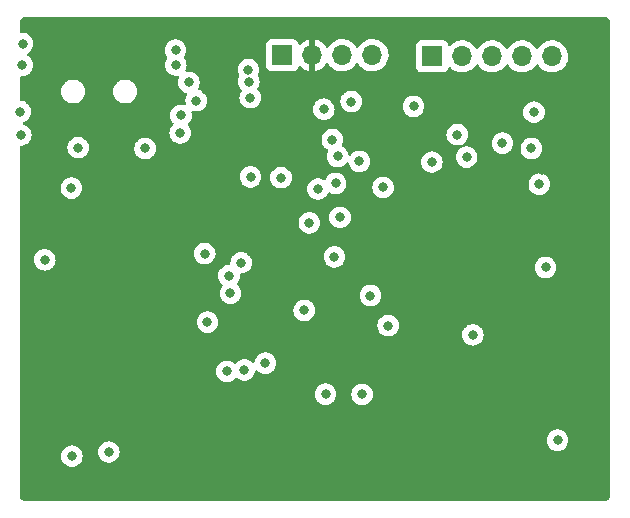
<source format=gbr>
%TF.GenerationSoftware,KiCad,Pcbnew,(6.0.1)*%
%TF.CreationDate,2022-04-20T02:22:31-05:00*%
%TF.ProjectId,pcb_w_STM32F030C8T6,7063625f-775f-4535-944d-333246303330,rev?*%
%TF.SameCoordinates,Original*%
%TF.FileFunction,Copper,L2,Inr*%
%TF.FilePolarity,Positive*%
%FSLAX46Y46*%
G04 Gerber Fmt 4.6, Leading zero omitted, Abs format (unit mm)*
G04 Created by KiCad (PCBNEW (6.0.1)) date 2022-04-20 02:22:31*
%MOMM*%
%LPD*%
G01*
G04 APERTURE LIST*
%TA.AperFunction,ComponentPad*%
%ADD10R,1.700000X1.700000*%
%TD*%
%TA.AperFunction,ComponentPad*%
%ADD11O,1.700000X1.700000*%
%TD*%
%TA.AperFunction,ViaPad*%
%ADD12C,0.800000*%
%TD*%
G04 APERTURE END LIST*
D10*
%TO.N,SWCLK*%
%TO.C,J2*%
X78435000Y-69850000D03*
D11*
%TO.N,SWDIO*%
X80975000Y-69850000D03*
%TO.N,GND*%
X83515000Y-69850000D03*
%TO.N,Net-(J2-Pad4)*%
X86055000Y-69850000D03*
%TO.N,NRST*%
X88595000Y-69850000D03*
%TD*%
D10*
%TO.N,GND*%
%TO.C,J1*%
X65750000Y-69750000D03*
D11*
%TO.N,VDDA*%
X68290000Y-69750000D03*
%TO.N,SCL*%
X70830000Y-69750000D03*
%TO.N,SDA*%
X73370000Y-69750000D03*
%TD*%
D12*
%TO.N,GND*%
X69250000Y-74325000D03*
%TO.N,Net-(C5-Pad2)*%
X62875000Y-70975000D03*
X58450000Y-73600000D03*
%TO.N,MC_USB_3.3*%
X63050000Y-80050000D03*
X57825000Y-72050000D03*
%TO.N,MC_USB_5*%
X65625000Y-80125000D03*
X54125000Y-77650000D03*
%TO.N,MC_USB_3.3*%
X81350000Y-78375000D03*
X80550000Y-76475500D03*
%TO.N,GND*%
X63025000Y-73350000D03*
X62900000Y-72000000D03*
X69400000Y-98450000D03*
X67600000Y-91350000D03*
X43750000Y-68775000D03*
X57100000Y-76325000D03*
X43600000Y-76500000D03*
X88025000Y-87725000D03*
X51050000Y-103350000D03*
X59175000Y-86550000D03*
X47925000Y-103700000D03*
X43550000Y-74525000D03*
X76850000Y-74075000D03*
X43725000Y-70600000D03*
X81875000Y-93425000D03*
X72500000Y-98475000D03*
X48450000Y-77575000D03*
X73200000Y-90100000D03*
X89050000Y-102350000D03*
X57165468Y-74847117D03*
X47875000Y-81000000D03*
X56725000Y-70575000D03*
X56700000Y-69325000D03*
X62250000Y-87325000D03*
X45625000Y-87075000D03*
%TO.N,VDDA*%
X47550000Y-97825000D03*
X77850000Y-96450000D03*
X64975000Y-91100000D03*
X74125000Y-82675000D03*
X87700000Y-79450000D03*
X72400000Y-85650000D03*
X74175000Y-84300000D03*
X72700000Y-87925000D03*
X84475000Y-72950000D03*
X61300000Y-91475000D03*
X67700000Y-92825000D03*
X68200000Y-94375000D03*
X72975000Y-92125000D03*
X74025000Y-93975000D03*
%TO.N,NRST*%
X61350000Y-89900000D03*
X70625000Y-83475000D03*
X74275000Y-80950000D03*
X87050000Y-74575000D03*
X84375000Y-77200000D03*
X78400000Y-78800000D03*
%TO.N,CHANGE_STATE*%
X61225000Y-88425000D03*
X61050000Y-96525000D03*
X74700000Y-92650000D03*
X59400000Y-92350000D03*
%TO.N,DEC*%
X64300000Y-95825000D03*
X62525000Y-96400000D03*
%TO.N,SCL*%
X70150000Y-86825000D03*
X71575000Y-73675000D03*
%TO.N,SDA*%
X69975000Y-76900000D03*
X68024500Y-83950000D03*
%TO.N,SWCLK*%
X68750000Y-81075000D03*
X70425000Y-78325000D03*
%TO.N,SWDIO*%
X70252729Y-80596870D03*
X72275000Y-78750000D03*
%TO.N,Net-(J2-Pad4)*%
X87500000Y-80675000D03*
X86825000Y-77650000D03*
%TD*%
%TA.AperFunction,Conductor*%
%TO.N,VDDA*%
G36*
X92970055Y-66509500D02*
G01*
X92984856Y-66511805D01*
X92984859Y-66511805D01*
X92993728Y-66513186D01*
X93002630Y-66512022D01*
X93002632Y-66512022D01*
X93002690Y-66512014D01*
X93002729Y-66512009D01*
X93033167Y-66511738D01*
X93095374Y-66518747D01*
X93122882Y-66525026D01*
X93200069Y-66552035D01*
X93225490Y-66564277D01*
X93294737Y-66607788D01*
X93316796Y-66625380D01*
X93374620Y-66683204D01*
X93392212Y-66705263D01*
X93435723Y-66774510D01*
X93447965Y-66799931D01*
X93474974Y-66877119D01*
X93481253Y-66904624D01*
X93487522Y-66960255D01*
X93488305Y-66975903D01*
X93488196Y-66984858D01*
X93486814Y-66993732D01*
X93488454Y-67006272D01*
X93490936Y-67025253D01*
X93492000Y-67041591D01*
X93492000Y-106950670D01*
X93490500Y-106970054D01*
X93486814Y-106993728D01*
X93487978Y-107002630D01*
X93487978Y-107002632D01*
X93487991Y-107002728D01*
X93488262Y-107033167D01*
X93481253Y-107095374D01*
X93474974Y-107122882D01*
X93447965Y-107200069D01*
X93435723Y-107225490D01*
X93392212Y-107294737D01*
X93374620Y-107316796D01*
X93316796Y-107374620D01*
X93294737Y-107392212D01*
X93225490Y-107435723D01*
X93200069Y-107447965D01*
X93122881Y-107474974D01*
X93095376Y-107481253D01*
X93083762Y-107482562D01*
X93039738Y-107487522D01*
X93024097Y-107488305D01*
X93015142Y-107488196D01*
X93006268Y-107486814D01*
X92974747Y-107490936D01*
X92958409Y-107492000D01*
X44049330Y-107492000D01*
X44029945Y-107490500D01*
X44015144Y-107488195D01*
X44015141Y-107488195D01*
X44006272Y-107486814D01*
X43997370Y-107487978D01*
X43997368Y-107487978D01*
X43997310Y-107487986D01*
X43997271Y-107487991D01*
X43966833Y-107488262D01*
X43904626Y-107481253D01*
X43877118Y-107474974D01*
X43799931Y-107447965D01*
X43774510Y-107435723D01*
X43705263Y-107392212D01*
X43683204Y-107374620D01*
X43625380Y-107316796D01*
X43607788Y-107294737D01*
X43564277Y-107225490D01*
X43552035Y-107200069D01*
X43525026Y-107122881D01*
X43518747Y-107095376D01*
X43512478Y-107039745D01*
X43511695Y-107024097D01*
X43511804Y-107015142D01*
X43513186Y-107006268D01*
X43509064Y-106974746D01*
X43508000Y-106958409D01*
X43508000Y-103700000D01*
X47011496Y-103700000D01*
X47031458Y-103889928D01*
X47090473Y-104071556D01*
X47185960Y-104236944D01*
X47313747Y-104378866D01*
X47468248Y-104491118D01*
X47474276Y-104493802D01*
X47474278Y-104493803D01*
X47636681Y-104566109D01*
X47642712Y-104568794D01*
X47736112Y-104588647D01*
X47823056Y-104607128D01*
X47823061Y-104607128D01*
X47829513Y-104608500D01*
X48020487Y-104608500D01*
X48026939Y-104607128D01*
X48026944Y-104607128D01*
X48113888Y-104588647D01*
X48207288Y-104568794D01*
X48213319Y-104566109D01*
X48375722Y-104493803D01*
X48375724Y-104493802D01*
X48381752Y-104491118D01*
X48536253Y-104378866D01*
X48664040Y-104236944D01*
X48759527Y-104071556D01*
X48818542Y-103889928D01*
X48838504Y-103700000D01*
X48818542Y-103510072D01*
X48766531Y-103350000D01*
X50136496Y-103350000D01*
X50156458Y-103539928D01*
X50215473Y-103721556D01*
X50310960Y-103886944D01*
X50315378Y-103891851D01*
X50315379Y-103891852D01*
X50434325Y-104023955D01*
X50438747Y-104028866D01*
X50593248Y-104141118D01*
X50599276Y-104143802D01*
X50599278Y-104143803D01*
X50761681Y-104216109D01*
X50767712Y-104218794D01*
X50853101Y-104236944D01*
X50948056Y-104257128D01*
X50948061Y-104257128D01*
X50954513Y-104258500D01*
X51145487Y-104258500D01*
X51151939Y-104257128D01*
X51151944Y-104257128D01*
X51246899Y-104236944D01*
X51332288Y-104218794D01*
X51338319Y-104216109D01*
X51500722Y-104143803D01*
X51500724Y-104143802D01*
X51506752Y-104141118D01*
X51661253Y-104028866D01*
X51665675Y-104023955D01*
X51784621Y-103891852D01*
X51784622Y-103891851D01*
X51789040Y-103886944D01*
X51884527Y-103721556D01*
X51943542Y-103539928D01*
X51963504Y-103350000D01*
X51943542Y-103160072D01*
X51884527Y-102978444D01*
X51789040Y-102813056D01*
X51661253Y-102671134D01*
X51506752Y-102558882D01*
X51500724Y-102556198D01*
X51500722Y-102556197D01*
X51338319Y-102483891D01*
X51338318Y-102483891D01*
X51332288Y-102481206D01*
X51238888Y-102461353D01*
X51151944Y-102442872D01*
X51151939Y-102442872D01*
X51145487Y-102441500D01*
X50954513Y-102441500D01*
X50948061Y-102442872D01*
X50948056Y-102442872D01*
X50861112Y-102461353D01*
X50767712Y-102481206D01*
X50761682Y-102483891D01*
X50761681Y-102483891D01*
X50599278Y-102556197D01*
X50599276Y-102556198D01*
X50593248Y-102558882D01*
X50438747Y-102671134D01*
X50310960Y-102813056D01*
X50215473Y-102978444D01*
X50156458Y-103160072D01*
X50136496Y-103350000D01*
X48766531Y-103350000D01*
X48759527Y-103328444D01*
X48664040Y-103163056D01*
X48655701Y-103153794D01*
X48540675Y-103026045D01*
X48540674Y-103026044D01*
X48536253Y-103021134D01*
X48381752Y-102908882D01*
X48375724Y-102906198D01*
X48375722Y-102906197D01*
X48213319Y-102833891D01*
X48213318Y-102833891D01*
X48207288Y-102831206D01*
X48113887Y-102811353D01*
X48026944Y-102792872D01*
X48026939Y-102792872D01*
X48020487Y-102791500D01*
X47829513Y-102791500D01*
X47823061Y-102792872D01*
X47823056Y-102792872D01*
X47736113Y-102811353D01*
X47642712Y-102831206D01*
X47636682Y-102833891D01*
X47636681Y-102833891D01*
X47474278Y-102906197D01*
X47474276Y-102906198D01*
X47468248Y-102908882D01*
X47313747Y-103021134D01*
X47309326Y-103026044D01*
X47309325Y-103026045D01*
X47194300Y-103153794D01*
X47185960Y-103163056D01*
X47090473Y-103328444D01*
X47031458Y-103510072D01*
X47011496Y-103700000D01*
X43508000Y-103700000D01*
X43508000Y-102350000D01*
X88136496Y-102350000D01*
X88156458Y-102539928D01*
X88215473Y-102721556D01*
X88310960Y-102886944D01*
X88315378Y-102891851D01*
X88315379Y-102891852D01*
X88388194Y-102972721D01*
X88438747Y-103028866D01*
X88593248Y-103141118D01*
X88599276Y-103143802D01*
X88599278Y-103143803D01*
X88761681Y-103216109D01*
X88767712Y-103218794D01*
X88861112Y-103238647D01*
X88948056Y-103257128D01*
X88948061Y-103257128D01*
X88954513Y-103258500D01*
X89145487Y-103258500D01*
X89151939Y-103257128D01*
X89151944Y-103257128D01*
X89238887Y-103238647D01*
X89332288Y-103218794D01*
X89338319Y-103216109D01*
X89500722Y-103143803D01*
X89500724Y-103143802D01*
X89506752Y-103141118D01*
X89661253Y-103028866D01*
X89711806Y-102972721D01*
X89784621Y-102891852D01*
X89784622Y-102891851D01*
X89789040Y-102886944D01*
X89884527Y-102721556D01*
X89943542Y-102539928D01*
X89963504Y-102350000D01*
X89943542Y-102160072D01*
X89884527Y-101978444D01*
X89789040Y-101813056D01*
X89661253Y-101671134D01*
X89506752Y-101558882D01*
X89500724Y-101556198D01*
X89500722Y-101556197D01*
X89338319Y-101483891D01*
X89338318Y-101483891D01*
X89332288Y-101481206D01*
X89238887Y-101461353D01*
X89151944Y-101442872D01*
X89151939Y-101442872D01*
X89145487Y-101441500D01*
X88954513Y-101441500D01*
X88948061Y-101442872D01*
X88948056Y-101442872D01*
X88861112Y-101461353D01*
X88767712Y-101481206D01*
X88761682Y-101483891D01*
X88761681Y-101483891D01*
X88599278Y-101556197D01*
X88599276Y-101556198D01*
X88593248Y-101558882D01*
X88438747Y-101671134D01*
X88310960Y-101813056D01*
X88215473Y-101978444D01*
X88156458Y-102160072D01*
X88136496Y-102350000D01*
X43508000Y-102350000D01*
X43508000Y-98450000D01*
X68486496Y-98450000D01*
X68506458Y-98639928D01*
X68565473Y-98821556D01*
X68660960Y-98986944D01*
X68665378Y-98991851D01*
X68665379Y-98991852D01*
X68683470Y-99011944D01*
X68788747Y-99128866D01*
X68943248Y-99241118D01*
X68949276Y-99243802D01*
X68949278Y-99243803D01*
X69111681Y-99316109D01*
X69117712Y-99318794D01*
X69211113Y-99338647D01*
X69298056Y-99357128D01*
X69298061Y-99357128D01*
X69304513Y-99358500D01*
X69495487Y-99358500D01*
X69501939Y-99357128D01*
X69501944Y-99357128D01*
X69588887Y-99338647D01*
X69682288Y-99318794D01*
X69688319Y-99316109D01*
X69850722Y-99243803D01*
X69850724Y-99243802D01*
X69856752Y-99241118D01*
X70011253Y-99128866D01*
X70116530Y-99011944D01*
X70134621Y-98991852D01*
X70134622Y-98991851D01*
X70139040Y-98986944D01*
X70234527Y-98821556D01*
X70293542Y-98639928D01*
X70310876Y-98475000D01*
X71586496Y-98475000D01*
X71587186Y-98481565D01*
X71603141Y-98633365D01*
X71606458Y-98664928D01*
X71665473Y-98846556D01*
X71760960Y-99011944D01*
X71888747Y-99153866D01*
X71987843Y-99225864D01*
X72008839Y-99241118D01*
X72043248Y-99266118D01*
X72049276Y-99268802D01*
X72049278Y-99268803D01*
X72164642Y-99320166D01*
X72217712Y-99343794D01*
X72311112Y-99363647D01*
X72398056Y-99382128D01*
X72398061Y-99382128D01*
X72404513Y-99383500D01*
X72595487Y-99383500D01*
X72601939Y-99382128D01*
X72601944Y-99382128D01*
X72688888Y-99363647D01*
X72782288Y-99343794D01*
X72835358Y-99320166D01*
X72950722Y-99268803D01*
X72950724Y-99268802D01*
X72956752Y-99266118D01*
X72991162Y-99241118D01*
X73012157Y-99225864D01*
X73111253Y-99153866D01*
X73239040Y-99011944D01*
X73334527Y-98846556D01*
X73393542Y-98664928D01*
X73396860Y-98633365D01*
X73412814Y-98481565D01*
X73413504Y-98475000D01*
X73393542Y-98285072D01*
X73334527Y-98103444D01*
X73239040Y-97938056D01*
X73221679Y-97918774D01*
X73115675Y-97801045D01*
X73115674Y-97801044D01*
X73111253Y-97796134D01*
X72956752Y-97683882D01*
X72950724Y-97681198D01*
X72950722Y-97681197D01*
X72788319Y-97608891D01*
X72788318Y-97608891D01*
X72782288Y-97606206D01*
X72677305Y-97583891D01*
X72601944Y-97567872D01*
X72601939Y-97567872D01*
X72595487Y-97566500D01*
X72404513Y-97566500D01*
X72398061Y-97567872D01*
X72398056Y-97567872D01*
X72322695Y-97583891D01*
X72217712Y-97606206D01*
X72211682Y-97608891D01*
X72211681Y-97608891D01*
X72049278Y-97681197D01*
X72049276Y-97681198D01*
X72043248Y-97683882D01*
X71888747Y-97796134D01*
X71884326Y-97801044D01*
X71884325Y-97801045D01*
X71778322Y-97918774D01*
X71760960Y-97938056D01*
X71665473Y-98103444D01*
X71606458Y-98285072D01*
X71586496Y-98475000D01*
X70310876Y-98475000D01*
X70313504Y-98450000D01*
X70312814Y-98443435D01*
X70294232Y-98266635D01*
X70294232Y-98266633D01*
X70293542Y-98260072D01*
X70234527Y-98078444D01*
X70139040Y-97913056D01*
X70011253Y-97771134D01*
X69896503Y-97687763D01*
X69862094Y-97662763D01*
X69862093Y-97662762D01*
X69856752Y-97658882D01*
X69850724Y-97656198D01*
X69850722Y-97656197D01*
X69688319Y-97583891D01*
X69688318Y-97583891D01*
X69682288Y-97581206D01*
X69588888Y-97561353D01*
X69501944Y-97542872D01*
X69501939Y-97542872D01*
X69495487Y-97541500D01*
X69304513Y-97541500D01*
X69298061Y-97542872D01*
X69298056Y-97542872D01*
X69211112Y-97561353D01*
X69117712Y-97581206D01*
X69111682Y-97583891D01*
X69111681Y-97583891D01*
X68949278Y-97656197D01*
X68949276Y-97656198D01*
X68943248Y-97658882D01*
X68937907Y-97662762D01*
X68937906Y-97662763D01*
X68903497Y-97687763D01*
X68788747Y-97771134D01*
X68660960Y-97913056D01*
X68565473Y-98078444D01*
X68506458Y-98260072D01*
X68505768Y-98266633D01*
X68505768Y-98266635D01*
X68487186Y-98443435D01*
X68486496Y-98450000D01*
X43508000Y-98450000D01*
X43508000Y-96525000D01*
X60136496Y-96525000D01*
X60137186Y-96531565D01*
X60153955Y-96691109D01*
X60156458Y-96714928D01*
X60215473Y-96896556D01*
X60310960Y-97061944D01*
X60315378Y-97066851D01*
X60315379Y-97066852D01*
X60329693Y-97082749D01*
X60438747Y-97203866D01*
X60593248Y-97316118D01*
X60599276Y-97318802D01*
X60599278Y-97318803D01*
X60761681Y-97391109D01*
X60767712Y-97393794D01*
X60861113Y-97413647D01*
X60948056Y-97432128D01*
X60948061Y-97432128D01*
X60954513Y-97433500D01*
X61145487Y-97433500D01*
X61151939Y-97432128D01*
X61151944Y-97432128D01*
X61238887Y-97413647D01*
X61332288Y-97393794D01*
X61338319Y-97391109D01*
X61500722Y-97318803D01*
X61500724Y-97318802D01*
X61506752Y-97316118D01*
X61661253Y-97203866D01*
X61753235Y-97101709D01*
X61813680Y-97064471D01*
X61884664Y-97065823D01*
X61920929Y-97084084D01*
X62068248Y-97191118D01*
X62074276Y-97193802D01*
X62074278Y-97193803D01*
X62236681Y-97266109D01*
X62242712Y-97268794D01*
X62336113Y-97288647D01*
X62423056Y-97307128D01*
X62423061Y-97307128D01*
X62429513Y-97308500D01*
X62620487Y-97308500D01*
X62626939Y-97307128D01*
X62626944Y-97307128D01*
X62713887Y-97288647D01*
X62807288Y-97268794D01*
X62813319Y-97266109D01*
X62975722Y-97193803D01*
X62975724Y-97193802D01*
X62981752Y-97191118D01*
X63136253Y-97078866D01*
X63140675Y-97073955D01*
X63259621Y-96941852D01*
X63259622Y-96941851D01*
X63264040Y-96936944D01*
X63359527Y-96771556D01*
X63418542Y-96589928D01*
X63425305Y-96525586D01*
X63452317Y-96459930D01*
X63510538Y-96419300D01*
X63581483Y-96416597D01*
X63644250Y-96454447D01*
X63688747Y-96503866D01*
X63787843Y-96575864D01*
X63815842Y-96596206D01*
X63843248Y-96616118D01*
X63849276Y-96618802D01*
X63849278Y-96618803D01*
X64011681Y-96691109D01*
X64017712Y-96693794D01*
X64086263Y-96708365D01*
X64198056Y-96732128D01*
X64198061Y-96732128D01*
X64204513Y-96733500D01*
X64395487Y-96733500D01*
X64401939Y-96732128D01*
X64401944Y-96732128D01*
X64513737Y-96708365D01*
X64582288Y-96693794D01*
X64588319Y-96691109D01*
X64750722Y-96618803D01*
X64750724Y-96618802D01*
X64756752Y-96616118D01*
X64784159Y-96596206D01*
X64812157Y-96575864D01*
X64911253Y-96503866D01*
X64955750Y-96454447D01*
X65034621Y-96366852D01*
X65034622Y-96366851D01*
X65039040Y-96361944D01*
X65134527Y-96196556D01*
X65193542Y-96014928D01*
X65195766Y-95993774D01*
X65212814Y-95831565D01*
X65213504Y-95825000D01*
X65211476Y-95805700D01*
X65194232Y-95641635D01*
X65194232Y-95641633D01*
X65193542Y-95635072D01*
X65134527Y-95453444D01*
X65039040Y-95288056D01*
X64911253Y-95146134D01*
X64756752Y-95033882D01*
X64750724Y-95031198D01*
X64750722Y-95031197D01*
X64588319Y-94958891D01*
X64588318Y-94958891D01*
X64582288Y-94956206D01*
X64488888Y-94936353D01*
X64401944Y-94917872D01*
X64401939Y-94917872D01*
X64395487Y-94916500D01*
X64204513Y-94916500D01*
X64198061Y-94917872D01*
X64198056Y-94917872D01*
X64111112Y-94936353D01*
X64017712Y-94956206D01*
X64011682Y-94958891D01*
X64011681Y-94958891D01*
X63849278Y-95031197D01*
X63849276Y-95031198D01*
X63843248Y-95033882D01*
X63688747Y-95146134D01*
X63560960Y-95288056D01*
X63465473Y-95453444D01*
X63406458Y-95635072D01*
X63405768Y-95641633D01*
X63405768Y-95641635D01*
X63399696Y-95699413D01*
X63372683Y-95765070D01*
X63314462Y-95805700D01*
X63243517Y-95808403D01*
X63180750Y-95770553D01*
X63140675Y-95726045D01*
X63140671Y-95726041D01*
X63136253Y-95721134D01*
X63037157Y-95649136D01*
X62987094Y-95612763D01*
X62987093Y-95612762D01*
X62981752Y-95608882D01*
X62975724Y-95606198D01*
X62975722Y-95606197D01*
X62813319Y-95533891D01*
X62813318Y-95533891D01*
X62807288Y-95531206D01*
X62713887Y-95511353D01*
X62626944Y-95492872D01*
X62626939Y-95492872D01*
X62620487Y-95491500D01*
X62429513Y-95491500D01*
X62423061Y-95492872D01*
X62423056Y-95492872D01*
X62336113Y-95511353D01*
X62242712Y-95531206D01*
X62236682Y-95533891D01*
X62236681Y-95533891D01*
X62074278Y-95606197D01*
X62074276Y-95606198D01*
X62068248Y-95608882D01*
X62062907Y-95612762D01*
X62062906Y-95612763D01*
X62012843Y-95649136D01*
X61913747Y-95721134D01*
X61821765Y-95823291D01*
X61761320Y-95860529D01*
X61690336Y-95859177D01*
X61654071Y-95840916D01*
X61506752Y-95733882D01*
X61500724Y-95731198D01*
X61500722Y-95731197D01*
X61338319Y-95658891D01*
X61338318Y-95658891D01*
X61332288Y-95656206D01*
X61232861Y-95635072D01*
X61151944Y-95617872D01*
X61151939Y-95617872D01*
X61145487Y-95616500D01*
X60954513Y-95616500D01*
X60948061Y-95617872D01*
X60948056Y-95617872D01*
X60867139Y-95635072D01*
X60767712Y-95656206D01*
X60761682Y-95658891D01*
X60761681Y-95658891D01*
X60599278Y-95731197D01*
X60599276Y-95731198D01*
X60593248Y-95733882D01*
X60438747Y-95846134D01*
X60310960Y-95988056D01*
X60215473Y-96153444D01*
X60156458Y-96335072D01*
X60155768Y-96341633D01*
X60155768Y-96341635D01*
X60153118Y-96366852D01*
X60136496Y-96525000D01*
X43508000Y-96525000D01*
X43508000Y-92350000D01*
X58486496Y-92350000D01*
X58487186Y-92356565D01*
X58503996Y-92516500D01*
X58506458Y-92539928D01*
X58565473Y-92721556D01*
X58568776Y-92727278D01*
X58568777Y-92727279D01*
X58602686Y-92786010D01*
X58660960Y-92886944D01*
X58788747Y-93028866D01*
X58943248Y-93141118D01*
X58949276Y-93143802D01*
X58949278Y-93143803D01*
X59033332Y-93181226D01*
X59117712Y-93218794D01*
X59194294Y-93235072D01*
X59298056Y-93257128D01*
X59298061Y-93257128D01*
X59304513Y-93258500D01*
X59495487Y-93258500D01*
X59501939Y-93257128D01*
X59501944Y-93257128D01*
X59605706Y-93235072D01*
X59682288Y-93218794D01*
X59766668Y-93181226D01*
X59850722Y-93143803D01*
X59850724Y-93143802D01*
X59856752Y-93141118D01*
X60011253Y-93028866D01*
X60139040Y-92886944D01*
X60197314Y-92786010D01*
X60231223Y-92727279D01*
X60231224Y-92727278D01*
X60234527Y-92721556D01*
X60257777Y-92650000D01*
X73786496Y-92650000D01*
X73806458Y-92839928D01*
X73865473Y-93021556D01*
X73868776Y-93027278D01*
X73868777Y-93027279D01*
X73887512Y-93059729D01*
X73960960Y-93186944D01*
X73965378Y-93191851D01*
X73965379Y-93191852D01*
X74010204Y-93241635D01*
X74088747Y-93328866D01*
X74187843Y-93400864D01*
X74221064Y-93425000D01*
X74243248Y-93441118D01*
X74249276Y-93443802D01*
X74249278Y-93443803D01*
X74411681Y-93516109D01*
X74417712Y-93518794D01*
X74511112Y-93538647D01*
X74598056Y-93557128D01*
X74598061Y-93557128D01*
X74604513Y-93558500D01*
X74795487Y-93558500D01*
X74801939Y-93557128D01*
X74801944Y-93557128D01*
X74888888Y-93538647D01*
X74982288Y-93518794D01*
X74988319Y-93516109D01*
X75150722Y-93443803D01*
X75150724Y-93443802D01*
X75156752Y-93441118D01*
X75178937Y-93425000D01*
X80961496Y-93425000D01*
X80981458Y-93614928D01*
X81040473Y-93796556D01*
X81135960Y-93961944D01*
X81263747Y-94103866D01*
X81418248Y-94216118D01*
X81424276Y-94218802D01*
X81424278Y-94218803D01*
X81586681Y-94291109D01*
X81592712Y-94293794D01*
X81686113Y-94313647D01*
X81773056Y-94332128D01*
X81773061Y-94332128D01*
X81779513Y-94333500D01*
X81970487Y-94333500D01*
X81976939Y-94332128D01*
X81976944Y-94332128D01*
X82063887Y-94313647D01*
X82157288Y-94293794D01*
X82163319Y-94291109D01*
X82325722Y-94218803D01*
X82325724Y-94218802D01*
X82331752Y-94216118D01*
X82486253Y-94103866D01*
X82614040Y-93961944D01*
X82709527Y-93796556D01*
X82768542Y-93614928D01*
X82788504Y-93425000D01*
X82777884Y-93323955D01*
X82769232Y-93241635D01*
X82769232Y-93241633D01*
X82768542Y-93235072D01*
X82709527Y-93053444D01*
X82692502Y-93023955D01*
X82617341Y-92893774D01*
X82614040Y-92888056D01*
X82570706Y-92839928D01*
X82490675Y-92751045D01*
X82490674Y-92751044D01*
X82486253Y-92746134D01*
X82362972Y-92656565D01*
X82337094Y-92637763D01*
X82337093Y-92637762D01*
X82331752Y-92633882D01*
X82325724Y-92631198D01*
X82325722Y-92631197D01*
X82163319Y-92558891D01*
X82163318Y-92558891D01*
X82157288Y-92556206D01*
X82063887Y-92536353D01*
X81976944Y-92517872D01*
X81976939Y-92517872D01*
X81970487Y-92516500D01*
X81779513Y-92516500D01*
X81773061Y-92517872D01*
X81773056Y-92517872D01*
X81686113Y-92536353D01*
X81592712Y-92556206D01*
X81586682Y-92558891D01*
X81586681Y-92558891D01*
X81424278Y-92631197D01*
X81424276Y-92631198D01*
X81418248Y-92633882D01*
X81412907Y-92637762D01*
X81412906Y-92637763D01*
X81387028Y-92656565D01*
X81263747Y-92746134D01*
X81259326Y-92751044D01*
X81259325Y-92751045D01*
X81179295Y-92839928D01*
X81135960Y-92888056D01*
X81132659Y-92893774D01*
X81057499Y-93023955D01*
X81040473Y-93053444D01*
X80981458Y-93235072D01*
X80980768Y-93241633D01*
X80980768Y-93241635D01*
X80972116Y-93323955D01*
X80961496Y-93425000D01*
X75178937Y-93425000D01*
X75212157Y-93400864D01*
X75311253Y-93328866D01*
X75389796Y-93241635D01*
X75434621Y-93191852D01*
X75434622Y-93191851D01*
X75439040Y-93186944D01*
X75512488Y-93059729D01*
X75531223Y-93027279D01*
X75531224Y-93027278D01*
X75534527Y-93021556D01*
X75593542Y-92839928D01*
X75613504Y-92650000D01*
X75593542Y-92460072D01*
X75534527Y-92278444D01*
X75439040Y-92113056D01*
X75311253Y-91971134D01*
X75156752Y-91858882D01*
X75150724Y-91856198D01*
X75150722Y-91856197D01*
X74988319Y-91783891D01*
X74988318Y-91783891D01*
X74982288Y-91781206D01*
X74888888Y-91761353D01*
X74801944Y-91742872D01*
X74801939Y-91742872D01*
X74795487Y-91741500D01*
X74604513Y-91741500D01*
X74598061Y-91742872D01*
X74598056Y-91742872D01*
X74511112Y-91761353D01*
X74417712Y-91781206D01*
X74411682Y-91783891D01*
X74411681Y-91783891D01*
X74249278Y-91856197D01*
X74249276Y-91856198D01*
X74243248Y-91858882D01*
X74088747Y-91971134D01*
X73960960Y-92113056D01*
X73865473Y-92278444D01*
X73806458Y-92460072D01*
X73786496Y-92650000D01*
X60257777Y-92650000D01*
X60293542Y-92539928D01*
X60296005Y-92516500D01*
X60312814Y-92356565D01*
X60313504Y-92350000D01*
X60293542Y-92160072D01*
X60234527Y-91978444D01*
X60139040Y-91813056D01*
X60011253Y-91671134D01*
X59856752Y-91558882D01*
X59850724Y-91556198D01*
X59850722Y-91556197D01*
X59688319Y-91483891D01*
X59688318Y-91483891D01*
X59682288Y-91481206D01*
X59588887Y-91461353D01*
X59501944Y-91442872D01*
X59501939Y-91442872D01*
X59495487Y-91441500D01*
X59304513Y-91441500D01*
X59298061Y-91442872D01*
X59298056Y-91442872D01*
X59211113Y-91461353D01*
X59117712Y-91481206D01*
X59111682Y-91483891D01*
X59111681Y-91483891D01*
X58949278Y-91556197D01*
X58949276Y-91556198D01*
X58943248Y-91558882D01*
X58788747Y-91671134D01*
X58660960Y-91813056D01*
X58565473Y-91978444D01*
X58506458Y-92160072D01*
X58486496Y-92350000D01*
X43508000Y-92350000D01*
X43508000Y-91350000D01*
X66686496Y-91350000D01*
X66706458Y-91539928D01*
X66765473Y-91721556D01*
X66860960Y-91886944D01*
X66988747Y-92028866D01*
X67143248Y-92141118D01*
X67149276Y-92143802D01*
X67149278Y-92143803D01*
X67200560Y-92166635D01*
X67317712Y-92218794D01*
X67411112Y-92238647D01*
X67498056Y-92257128D01*
X67498061Y-92257128D01*
X67504513Y-92258500D01*
X67695487Y-92258500D01*
X67701939Y-92257128D01*
X67701944Y-92257128D01*
X67788888Y-92238647D01*
X67882288Y-92218794D01*
X67999440Y-92166635D01*
X68050722Y-92143803D01*
X68050724Y-92143802D01*
X68056752Y-92141118D01*
X68211253Y-92028866D01*
X68339040Y-91886944D01*
X68434527Y-91721556D01*
X68493542Y-91539928D01*
X68513504Y-91350000D01*
X68493542Y-91160072D01*
X68434527Y-90978444D01*
X68427406Y-90966109D01*
X68384109Y-90891118D01*
X68339040Y-90813056D01*
X68333703Y-90807128D01*
X68215675Y-90676045D01*
X68215674Y-90676044D01*
X68211253Y-90671134D01*
X68056752Y-90558882D01*
X68050724Y-90556198D01*
X68050722Y-90556197D01*
X67888319Y-90483891D01*
X67888318Y-90483891D01*
X67882288Y-90481206D01*
X67788888Y-90461353D01*
X67701944Y-90442872D01*
X67701939Y-90442872D01*
X67695487Y-90441500D01*
X67504513Y-90441500D01*
X67498061Y-90442872D01*
X67498056Y-90442872D01*
X67411112Y-90461353D01*
X67317712Y-90481206D01*
X67311682Y-90483891D01*
X67311681Y-90483891D01*
X67149278Y-90556197D01*
X67149276Y-90556198D01*
X67143248Y-90558882D01*
X66988747Y-90671134D01*
X66984326Y-90676044D01*
X66984325Y-90676045D01*
X66866298Y-90807128D01*
X66860960Y-90813056D01*
X66815891Y-90891118D01*
X66772595Y-90966109D01*
X66765473Y-90978444D01*
X66706458Y-91160072D01*
X66686496Y-91350000D01*
X43508000Y-91350000D01*
X43508000Y-88425000D01*
X60311496Y-88425000D01*
X60312186Y-88431565D01*
X60328955Y-88591109D01*
X60331458Y-88614928D01*
X60390473Y-88796556D01*
X60485960Y-88961944D01*
X60613747Y-89103866D01*
X60631950Y-89117091D01*
X60639935Y-89122893D01*
X60683288Y-89179116D01*
X60689362Y-89249853D01*
X60659508Y-89309138D01*
X60610960Y-89363056D01*
X60515473Y-89528444D01*
X60456458Y-89710072D01*
X60455768Y-89716633D01*
X60455768Y-89716635D01*
X60454527Y-89728444D01*
X60436496Y-89900000D01*
X60456458Y-90089928D01*
X60515473Y-90271556D01*
X60610960Y-90436944D01*
X60615378Y-90441851D01*
X60615379Y-90441852D01*
X60653231Y-90483891D01*
X60738747Y-90578866D01*
X60893248Y-90691118D01*
X60899276Y-90693802D01*
X60899278Y-90693803D01*
X61061681Y-90766109D01*
X61067712Y-90768794D01*
X61133365Y-90782749D01*
X61248056Y-90807128D01*
X61248061Y-90807128D01*
X61254513Y-90808500D01*
X61445487Y-90808500D01*
X61451939Y-90807128D01*
X61451944Y-90807128D01*
X61566635Y-90782749D01*
X61632288Y-90768794D01*
X61638319Y-90766109D01*
X61800722Y-90693803D01*
X61800724Y-90693802D01*
X61806752Y-90691118D01*
X61961253Y-90578866D01*
X62046769Y-90483891D01*
X62084621Y-90441852D01*
X62084622Y-90441851D01*
X62089040Y-90436944D01*
X62184527Y-90271556D01*
X62240269Y-90100000D01*
X72286496Y-90100000D01*
X72287186Y-90106565D01*
X72305129Y-90277279D01*
X72306458Y-90289928D01*
X72365473Y-90471556D01*
X72368776Y-90477278D01*
X72368777Y-90477279D01*
X72402686Y-90536010D01*
X72460960Y-90636944D01*
X72465378Y-90641851D01*
X72465379Y-90641852D01*
X72579678Y-90768794D01*
X72588747Y-90778866D01*
X72743248Y-90891118D01*
X72749276Y-90893802D01*
X72749278Y-90893803D01*
X72911681Y-90966109D01*
X72917712Y-90968794D01*
X72992680Y-90984729D01*
X73098056Y-91007128D01*
X73098061Y-91007128D01*
X73104513Y-91008500D01*
X73295487Y-91008500D01*
X73301939Y-91007128D01*
X73301944Y-91007128D01*
X73407320Y-90984729D01*
X73482288Y-90968794D01*
X73488319Y-90966109D01*
X73650722Y-90893803D01*
X73650724Y-90893802D01*
X73656752Y-90891118D01*
X73811253Y-90778866D01*
X73820322Y-90768794D01*
X73934621Y-90641852D01*
X73934622Y-90641851D01*
X73939040Y-90636944D01*
X73997314Y-90536010D01*
X74031223Y-90477279D01*
X74031224Y-90477278D01*
X74034527Y-90471556D01*
X74093542Y-90289928D01*
X74094872Y-90277279D01*
X74112814Y-90106565D01*
X74113504Y-90100000D01*
X74093542Y-89910072D01*
X74034527Y-89728444D01*
X73939040Y-89563056D01*
X73811253Y-89421134D01*
X73656752Y-89308882D01*
X73650724Y-89306198D01*
X73650722Y-89306197D01*
X73488319Y-89233891D01*
X73488318Y-89233891D01*
X73482288Y-89231206D01*
X73372685Y-89207909D01*
X73301944Y-89192872D01*
X73301939Y-89192872D01*
X73295487Y-89191500D01*
X73104513Y-89191500D01*
X73098061Y-89192872D01*
X73098056Y-89192872D01*
X73027315Y-89207909D01*
X72917712Y-89231206D01*
X72911682Y-89233891D01*
X72911681Y-89233891D01*
X72749278Y-89306197D01*
X72749276Y-89306198D01*
X72743248Y-89308882D01*
X72588747Y-89421134D01*
X72460960Y-89563056D01*
X72365473Y-89728444D01*
X72306458Y-89910072D01*
X72286496Y-90100000D01*
X62240269Y-90100000D01*
X62243542Y-90089928D01*
X62263504Y-89900000D01*
X62245473Y-89728444D01*
X62244232Y-89716635D01*
X62244232Y-89716633D01*
X62243542Y-89710072D01*
X62184527Y-89528444D01*
X62089040Y-89363056D01*
X61972740Y-89233891D01*
X61965675Y-89226045D01*
X61965674Y-89226044D01*
X61961253Y-89221134D01*
X61935065Y-89202107D01*
X61891712Y-89145884D01*
X61885638Y-89075147D01*
X61915492Y-89015862D01*
X61959621Y-88966852D01*
X61959622Y-88966851D01*
X61964040Y-88961944D01*
X62059527Y-88796556D01*
X62118542Y-88614928D01*
X62121046Y-88591109D01*
X62137814Y-88431565D01*
X62138504Y-88425000D01*
X62133004Y-88372670D01*
X62145776Y-88302832D01*
X62194278Y-88250985D01*
X62258314Y-88233500D01*
X62345487Y-88233500D01*
X62351939Y-88232128D01*
X62351944Y-88232128D01*
X62438887Y-88213647D01*
X62532288Y-88193794D01*
X62538319Y-88191109D01*
X62700722Y-88118803D01*
X62700724Y-88118802D01*
X62706752Y-88116118D01*
X62861253Y-88003866D01*
X62941333Y-87914928D01*
X62984621Y-87866852D01*
X62984622Y-87866851D01*
X62989040Y-87861944D01*
X63063197Y-87733500D01*
X63081223Y-87702279D01*
X63081224Y-87702278D01*
X63084527Y-87696556D01*
X63143542Y-87514928D01*
X63163504Y-87325000D01*
X63157190Y-87264928D01*
X63144232Y-87141635D01*
X63144232Y-87141633D01*
X63143542Y-87135072D01*
X63084527Y-86953444D01*
X63066117Y-86921556D01*
X63029937Y-86858891D01*
X63010370Y-86825000D01*
X69236496Y-86825000D01*
X69237186Y-86831565D01*
X69243500Y-86891635D01*
X69256458Y-87014928D01*
X69315473Y-87196556D01*
X69410960Y-87361944D01*
X69415378Y-87366851D01*
X69415379Y-87366852D01*
X69459730Y-87416109D01*
X69538747Y-87503866D01*
X69693248Y-87616118D01*
X69699276Y-87618802D01*
X69699278Y-87618803D01*
X69859799Y-87690271D01*
X69867712Y-87693794D01*
X69961113Y-87713647D01*
X70048056Y-87732128D01*
X70048061Y-87732128D01*
X70054513Y-87733500D01*
X70245487Y-87733500D01*
X70251939Y-87732128D01*
X70251944Y-87732128D01*
X70285477Y-87725000D01*
X87111496Y-87725000D01*
X87112186Y-87731565D01*
X87129235Y-87893774D01*
X87131458Y-87914928D01*
X87190473Y-88096556D01*
X87285960Y-88261944D01*
X87413747Y-88403866D01*
X87568248Y-88516118D01*
X87574276Y-88518802D01*
X87574278Y-88518803D01*
X87736681Y-88591109D01*
X87742712Y-88593794D01*
X87811263Y-88608365D01*
X87923056Y-88632128D01*
X87923061Y-88632128D01*
X87929513Y-88633500D01*
X88120487Y-88633500D01*
X88126939Y-88632128D01*
X88126944Y-88632128D01*
X88238737Y-88608365D01*
X88307288Y-88593794D01*
X88313319Y-88591109D01*
X88475722Y-88518803D01*
X88475724Y-88518802D01*
X88481752Y-88516118D01*
X88636253Y-88403866D01*
X88764040Y-88261944D01*
X88859527Y-88096556D01*
X88918542Y-87914928D01*
X88920766Y-87893774D01*
X88937814Y-87731565D01*
X88938504Y-87725000D01*
X88926652Y-87612237D01*
X88919232Y-87541635D01*
X88919232Y-87541633D01*
X88918542Y-87535072D01*
X88859527Y-87353444D01*
X88764040Y-87188056D01*
X88722243Y-87141635D01*
X88640675Y-87051045D01*
X88640674Y-87051044D01*
X88636253Y-87046134D01*
X88481752Y-86933882D01*
X88475724Y-86931198D01*
X88475722Y-86931197D01*
X88313319Y-86858891D01*
X88313318Y-86858891D01*
X88307288Y-86856206D01*
X88191362Y-86831565D01*
X88126944Y-86817872D01*
X88126939Y-86817872D01*
X88120487Y-86816500D01*
X87929513Y-86816500D01*
X87923061Y-86817872D01*
X87923056Y-86817872D01*
X87858638Y-86831565D01*
X87742712Y-86856206D01*
X87736682Y-86858891D01*
X87736681Y-86858891D01*
X87574278Y-86931197D01*
X87574276Y-86931198D01*
X87568248Y-86933882D01*
X87413747Y-87046134D01*
X87409326Y-87051044D01*
X87409325Y-87051045D01*
X87327758Y-87141635D01*
X87285960Y-87188056D01*
X87190473Y-87353444D01*
X87131458Y-87535072D01*
X87130768Y-87541633D01*
X87130768Y-87541635D01*
X87123348Y-87612237D01*
X87111496Y-87725000D01*
X70285477Y-87725000D01*
X70338887Y-87713647D01*
X70432288Y-87693794D01*
X70440201Y-87690271D01*
X70600722Y-87618803D01*
X70600724Y-87618802D01*
X70606752Y-87616118D01*
X70761253Y-87503866D01*
X70840270Y-87416109D01*
X70884621Y-87366852D01*
X70884622Y-87366851D01*
X70889040Y-87361944D01*
X70984527Y-87196556D01*
X71043542Y-87014928D01*
X71056501Y-86891635D01*
X71062814Y-86831565D01*
X71063504Y-86825000D01*
X71043542Y-86635072D01*
X70984527Y-86453444D01*
X70963990Y-86417872D01*
X70934408Y-86366635D01*
X70889040Y-86288056D01*
X70761253Y-86146134D01*
X70606752Y-86033882D01*
X70600724Y-86031198D01*
X70600722Y-86031197D01*
X70438319Y-85958891D01*
X70438318Y-85958891D01*
X70432288Y-85956206D01*
X70338887Y-85936353D01*
X70251944Y-85917872D01*
X70251939Y-85917872D01*
X70245487Y-85916500D01*
X70054513Y-85916500D01*
X70048061Y-85917872D01*
X70048056Y-85917872D01*
X69961113Y-85936353D01*
X69867712Y-85956206D01*
X69861682Y-85958891D01*
X69861681Y-85958891D01*
X69699278Y-86031197D01*
X69699276Y-86031198D01*
X69693248Y-86033882D01*
X69538747Y-86146134D01*
X69410960Y-86288056D01*
X69365592Y-86366635D01*
X69336011Y-86417872D01*
X69315473Y-86453444D01*
X69256458Y-86635072D01*
X69236496Y-86825000D01*
X63010370Y-86825000D01*
X62989040Y-86788056D01*
X62945706Y-86739928D01*
X62865675Y-86651045D01*
X62865674Y-86651044D01*
X62861253Y-86646134D01*
X62737972Y-86556565D01*
X62712094Y-86537763D01*
X62712093Y-86537762D01*
X62706752Y-86533882D01*
X62700724Y-86531198D01*
X62700722Y-86531197D01*
X62538319Y-86458891D01*
X62538318Y-86458891D01*
X62532288Y-86456206D01*
X62438888Y-86436353D01*
X62351944Y-86417872D01*
X62351939Y-86417872D01*
X62345487Y-86416500D01*
X62154513Y-86416500D01*
X62148061Y-86417872D01*
X62148056Y-86417872D01*
X62061112Y-86436353D01*
X61967712Y-86456206D01*
X61961682Y-86458891D01*
X61961681Y-86458891D01*
X61799278Y-86531197D01*
X61799276Y-86531198D01*
X61793248Y-86533882D01*
X61787907Y-86537762D01*
X61787906Y-86537763D01*
X61762028Y-86556565D01*
X61638747Y-86646134D01*
X61634326Y-86651044D01*
X61634325Y-86651045D01*
X61554295Y-86739928D01*
X61510960Y-86788056D01*
X61470063Y-86858891D01*
X61433884Y-86921556D01*
X61415473Y-86953444D01*
X61356458Y-87135072D01*
X61355768Y-87141633D01*
X61355768Y-87141635D01*
X61342810Y-87264928D01*
X61336496Y-87325000D01*
X61337186Y-87331565D01*
X61341996Y-87377330D01*
X61329224Y-87447168D01*
X61280722Y-87499015D01*
X61216686Y-87516500D01*
X61129513Y-87516500D01*
X61123061Y-87517872D01*
X61123056Y-87517872D01*
X61042139Y-87535072D01*
X60942712Y-87556206D01*
X60936682Y-87558891D01*
X60936681Y-87558891D01*
X60774278Y-87631197D01*
X60774276Y-87631198D01*
X60768248Y-87633882D01*
X60613747Y-87746134D01*
X60609326Y-87751044D01*
X60609325Y-87751045D01*
X60509208Y-87862237D01*
X60485960Y-87888056D01*
X60390473Y-88053444D01*
X60331458Y-88235072D01*
X60330768Y-88241633D01*
X60330768Y-88241635D01*
X60328118Y-88266852D01*
X60311496Y-88425000D01*
X43508000Y-88425000D01*
X43508000Y-87075000D01*
X44711496Y-87075000D01*
X44712186Y-87081565D01*
X44727152Y-87223955D01*
X44731458Y-87264928D01*
X44790473Y-87446556D01*
X44885960Y-87611944D01*
X44890378Y-87616851D01*
X44890379Y-87616852D01*
X44956486Y-87690271D01*
X45013747Y-87753866D01*
X45168248Y-87866118D01*
X45174276Y-87868802D01*
X45174278Y-87868803D01*
X45291978Y-87921206D01*
X45342712Y-87943794D01*
X45436113Y-87963647D01*
X45523056Y-87982128D01*
X45523061Y-87982128D01*
X45529513Y-87983500D01*
X45720487Y-87983500D01*
X45726939Y-87982128D01*
X45726944Y-87982128D01*
X45813887Y-87963647D01*
X45907288Y-87943794D01*
X45958022Y-87921206D01*
X46075722Y-87868803D01*
X46075724Y-87868802D01*
X46081752Y-87866118D01*
X46236253Y-87753866D01*
X46293514Y-87690271D01*
X46359621Y-87616852D01*
X46359622Y-87616851D01*
X46364040Y-87611944D01*
X46459527Y-87446556D01*
X46518542Y-87264928D01*
X46522849Y-87223955D01*
X46537814Y-87081565D01*
X46538504Y-87075000D01*
X46532190Y-87014928D01*
X46519232Y-86891635D01*
X46519232Y-86891633D01*
X46518542Y-86885072D01*
X46459527Y-86703444D01*
X46370936Y-86550000D01*
X58261496Y-86550000D01*
X58281458Y-86739928D01*
X58340473Y-86921556D01*
X58343776Y-86927278D01*
X58343777Y-86927279D01*
X58362512Y-86959729D01*
X58435960Y-87086944D01*
X58440378Y-87091851D01*
X58440379Y-87091852D01*
X58528996Y-87190271D01*
X58563747Y-87228866D01*
X58604349Y-87258365D01*
X58696064Y-87325000D01*
X58718248Y-87341118D01*
X58724276Y-87343802D01*
X58724278Y-87343803D01*
X58886681Y-87416109D01*
X58892712Y-87418794D01*
X58986112Y-87438647D01*
X59073056Y-87457128D01*
X59073061Y-87457128D01*
X59079513Y-87458500D01*
X59270487Y-87458500D01*
X59276939Y-87457128D01*
X59276944Y-87457128D01*
X59363888Y-87438647D01*
X59457288Y-87418794D01*
X59463319Y-87416109D01*
X59625722Y-87343803D01*
X59625724Y-87343802D01*
X59631752Y-87341118D01*
X59653937Y-87325000D01*
X59745651Y-87258365D01*
X59786253Y-87228866D01*
X59821004Y-87190271D01*
X59909621Y-87091852D01*
X59909622Y-87091851D01*
X59914040Y-87086944D01*
X59987488Y-86959729D01*
X60006223Y-86927279D01*
X60006224Y-86927278D01*
X60009527Y-86921556D01*
X60068542Y-86739928D01*
X60088504Y-86550000D01*
X60074473Y-86416500D01*
X60069232Y-86366635D01*
X60069232Y-86366633D01*
X60068542Y-86360072D01*
X60009527Y-86178444D01*
X59914040Y-86013056D01*
X59786253Y-85871134D01*
X59631752Y-85758882D01*
X59625724Y-85756198D01*
X59625722Y-85756197D01*
X59463319Y-85683891D01*
X59463318Y-85683891D01*
X59457288Y-85681206D01*
X59363888Y-85661353D01*
X59276944Y-85642872D01*
X59276939Y-85642872D01*
X59270487Y-85641500D01*
X59079513Y-85641500D01*
X59073061Y-85642872D01*
X59073056Y-85642872D01*
X58986112Y-85661353D01*
X58892712Y-85681206D01*
X58886682Y-85683891D01*
X58886681Y-85683891D01*
X58724278Y-85756197D01*
X58724276Y-85756198D01*
X58718248Y-85758882D01*
X58563747Y-85871134D01*
X58435960Y-86013056D01*
X58340473Y-86178444D01*
X58281458Y-86360072D01*
X58280768Y-86366633D01*
X58280768Y-86366635D01*
X58275527Y-86416500D01*
X58261496Y-86550000D01*
X46370936Y-86550000D01*
X46364040Y-86538056D01*
X46236253Y-86396134D01*
X46081752Y-86283882D01*
X46075724Y-86281198D01*
X46075722Y-86281197D01*
X45913319Y-86208891D01*
X45913318Y-86208891D01*
X45907288Y-86206206D01*
X45806247Y-86184729D01*
X45726944Y-86167872D01*
X45726939Y-86167872D01*
X45720487Y-86166500D01*
X45529513Y-86166500D01*
X45523061Y-86167872D01*
X45523056Y-86167872D01*
X45443753Y-86184729D01*
X45342712Y-86206206D01*
X45336682Y-86208891D01*
X45336681Y-86208891D01*
X45174278Y-86281197D01*
X45174276Y-86281198D01*
X45168248Y-86283882D01*
X45013747Y-86396134D01*
X44885960Y-86538056D01*
X44790473Y-86703444D01*
X44731458Y-86885072D01*
X44730768Y-86891633D01*
X44730768Y-86891635D01*
X44717810Y-87014928D01*
X44711496Y-87075000D01*
X43508000Y-87075000D01*
X43508000Y-83950000D01*
X67110996Y-83950000D01*
X67111686Y-83956565D01*
X67116906Y-84006226D01*
X67130958Y-84139928D01*
X67189973Y-84321556D01*
X67285460Y-84486944D01*
X67413247Y-84628866D01*
X67567748Y-84741118D01*
X67573776Y-84743802D01*
X67573778Y-84743803D01*
X67736181Y-84816109D01*
X67742212Y-84818794D01*
X67835613Y-84838647D01*
X67922556Y-84857128D01*
X67922561Y-84857128D01*
X67929013Y-84858500D01*
X68119987Y-84858500D01*
X68126439Y-84857128D01*
X68126444Y-84857128D01*
X68213387Y-84838647D01*
X68306788Y-84818794D01*
X68312819Y-84816109D01*
X68475222Y-84743803D01*
X68475224Y-84743802D01*
X68481252Y-84741118D01*
X68635753Y-84628866D01*
X68763540Y-84486944D01*
X68859027Y-84321556D01*
X68918042Y-84139928D01*
X68932095Y-84006226D01*
X68937314Y-83956565D01*
X68938004Y-83950000D01*
X68918042Y-83760072D01*
X68859027Y-83578444D01*
X68799303Y-83475000D01*
X69711496Y-83475000D01*
X69731458Y-83664928D01*
X69790473Y-83846556D01*
X69885960Y-84011944D01*
X70013747Y-84153866D01*
X70168248Y-84266118D01*
X70174276Y-84268802D01*
X70174278Y-84268803D01*
X70336681Y-84341109D01*
X70342712Y-84343794D01*
X70436112Y-84363647D01*
X70523056Y-84382128D01*
X70523061Y-84382128D01*
X70529513Y-84383500D01*
X70720487Y-84383500D01*
X70726939Y-84382128D01*
X70726944Y-84382128D01*
X70813888Y-84363647D01*
X70907288Y-84343794D01*
X70913319Y-84341109D01*
X71075722Y-84268803D01*
X71075724Y-84268802D01*
X71081752Y-84266118D01*
X71236253Y-84153866D01*
X71364040Y-84011944D01*
X71459527Y-83846556D01*
X71518542Y-83664928D01*
X71538504Y-83475000D01*
X71537814Y-83468435D01*
X71519232Y-83291635D01*
X71519232Y-83291633D01*
X71518542Y-83285072D01*
X71459527Y-83103444D01*
X71364040Y-82938056D01*
X71236253Y-82796134D01*
X71081752Y-82683882D01*
X71075724Y-82681198D01*
X71075722Y-82681197D01*
X70913319Y-82608891D01*
X70913318Y-82608891D01*
X70907288Y-82606206D01*
X70813888Y-82586353D01*
X70726944Y-82567872D01*
X70726939Y-82567872D01*
X70720487Y-82566500D01*
X70529513Y-82566500D01*
X70523061Y-82567872D01*
X70523056Y-82567872D01*
X70436112Y-82586353D01*
X70342712Y-82606206D01*
X70336682Y-82608891D01*
X70336681Y-82608891D01*
X70174278Y-82681197D01*
X70174276Y-82681198D01*
X70168248Y-82683882D01*
X70013747Y-82796134D01*
X69885960Y-82938056D01*
X69790473Y-83103444D01*
X69731458Y-83285072D01*
X69730768Y-83291633D01*
X69730768Y-83291635D01*
X69712186Y-83468435D01*
X69711496Y-83475000D01*
X68799303Y-83475000D01*
X68763540Y-83413056D01*
X68635753Y-83271134D01*
X68481252Y-83158882D01*
X68475224Y-83156198D01*
X68475222Y-83156197D01*
X68312819Y-83083891D01*
X68312818Y-83083891D01*
X68306788Y-83081206D01*
X68213388Y-83061353D01*
X68126444Y-83042872D01*
X68126439Y-83042872D01*
X68119987Y-83041500D01*
X67929013Y-83041500D01*
X67922561Y-83042872D01*
X67922556Y-83042872D01*
X67835612Y-83061353D01*
X67742212Y-83081206D01*
X67736182Y-83083891D01*
X67736181Y-83083891D01*
X67573778Y-83156197D01*
X67573776Y-83156198D01*
X67567748Y-83158882D01*
X67413247Y-83271134D01*
X67285460Y-83413056D01*
X67189973Y-83578444D01*
X67130958Y-83760072D01*
X67110996Y-83950000D01*
X43508000Y-83950000D01*
X43508000Y-81000000D01*
X46961496Y-81000000D01*
X46981458Y-81189928D01*
X47040473Y-81371556D01*
X47135960Y-81536944D01*
X47263747Y-81678866D01*
X47418248Y-81791118D01*
X47424276Y-81793802D01*
X47424278Y-81793803D01*
X47586681Y-81866109D01*
X47592712Y-81868794D01*
X47686113Y-81888647D01*
X47773056Y-81907128D01*
X47773061Y-81907128D01*
X47779513Y-81908500D01*
X47970487Y-81908500D01*
X47976939Y-81907128D01*
X47976944Y-81907128D01*
X48063887Y-81888647D01*
X48157288Y-81868794D01*
X48163319Y-81866109D01*
X48325722Y-81793803D01*
X48325724Y-81793802D01*
X48331752Y-81791118D01*
X48486253Y-81678866D01*
X48614040Y-81536944D01*
X48709527Y-81371556D01*
X48768542Y-81189928D01*
X48780621Y-81075000D01*
X67836496Y-81075000D01*
X67837186Y-81081565D01*
X67842678Y-81133814D01*
X67856458Y-81264928D01*
X67915473Y-81446556D01*
X68010960Y-81611944D01*
X68015378Y-81616851D01*
X68015379Y-81616852D01*
X68029693Y-81632749D01*
X68138747Y-81753866D01*
X68293248Y-81866118D01*
X68299276Y-81868802D01*
X68299278Y-81868803D01*
X68385358Y-81907128D01*
X68467712Y-81943794D01*
X68561113Y-81963647D01*
X68648056Y-81982128D01*
X68648061Y-81982128D01*
X68654513Y-81983500D01*
X68845487Y-81983500D01*
X68851939Y-81982128D01*
X68851944Y-81982128D01*
X68938887Y-81963647D01*
X69032288Y-81943794D01*
X69114642Y-81907128D01*
X69200722Y-81868803D01*
X69200724Y-81868802D01*
X69206752Y-81866118D01*
X69361253Y-81753866D01*
X69470307Y-81632749D01*
X69484621Y-81616852D01*
X69484622Y-81616851D01*
X69489040Y-81611944D01*
X69584527Y-81446556D01*
X69586715Y-81439823D01*
X69586870Y-81439596D01*
X69589254Y-81434242D01*
X69590233Y-81434678D01*
X69626788Y-81381217D01*
X69692185Y-81353580D01*
X69762142Y-81365687D01*
X69780607Y-81376821D01*
X69795977Y-81387988D01*
X69802005Y-81390672D01*
X69802007Y-81390673D01*
X69964410Y-81462979D01*
X69970441Y-81465664D01*
X70063841Y-81485517D01*
X70150785Y-81503998D01*
X70150790Y-81503998D01*
X70157242Y-81505370D01*
X70348216Y-81505370D01*
X70354668Y-81503998D01*
X70354673Y-81503998D01*
X70441617Y-81485517D01*
X70535017Y-81465664D01*
X70541048Y-81462979D01*
X70703451Y-81390673D01*
X70703453Y-81390672D01*
X70709481Y-81387988D01*
X70718801Y-81381217D01*
X70809567Y-81315271D01*
X70863982Y-81275736D01*
X70991769Y-81133814D01*
X71087256Y-80968426D01*
X71093243Y-80950000D01*
X73361496Y-80950000D01*
X73381458Y-81139928D01*
X73440473Y-81321556D01*
X73535960Y-81486944D01*
X73540378Y-81491851D01*
X73540379Y-81491852D01*
X73659325Y-81623955D01*
X73663747Y-81628866D01*
X73818248Y-81741118D01*
X73824276Y-81743802D01*
X73824278Y-81743803D01*
X73921833Y-81787237D01*
X73992712Y-81818794D01*
X74086113Y-81838647D01*
X74173056Y-81857128D01*
X74173061Y-81857128D01*
X74179513Y-81858500D01*
X74370487Y-81858500D01*
X74376939Y-81857128D01*
X74376944Y-81857128D01*
X74463887Y-81838647D01*
X74557288Y-81818794D01*
X74628167Y-81787237D01*
X74725722Y-81743803D01*
X74725724Y-81743802D01*
X74731752Y-81741118D01*
X74886253Y-81628866D01*
X74890675Y-81623955D01*
X75009621Y-81491852D01*
X75009622Y-81491851D01*
X75014040Y-81486944D01*
X75109527Y-81321556D01*
X75168542Y-81139928D01*
X75188504Y-80950000D01*
X75168542Y-80760072D01*
X75140900Y-80675000D01*
X86586496Y-80675000D01*
X86587186Y-80681565D01*
X86603548Y-80837237D01*
X86606458Y-80864928D01*
X86665473Y-81046556D01*
X86760960Y-81211944D01*
X86765378Y-81216851D01*
X86765379Y-81216852D01*
X86821895Y-81279619D01*
X86888747Y-81353866D01*
X86987843Y-81425864D01*
X87024198Y-81452277D01*
X87043248Y-81466118D01*
X87049276Y-81468802D01*
X87049278Y-81468803D01*
X87211681Y-81541109D01*
X87217712Y-81543794D01*
X87311113Y-81563647D01*
X87398056Y-81582128D01*
X87398061Y-81582128D01*
X87404513Y-81583500D01*
X87595487Y-81583500D01*
X87601939Y-81582128D01*
X87601944Y-81582128D01*
X87688887Y-81563647D01*
X87782288Y-81543794D01*
X87788319Y-81541109D01*
X87950722Y-81468803D01*
X87950724Y-81468802D01*
X87956752Y-81466118D01*
X87975803Y-81452277D01*
X88012157Y-81425864D01*
X88111253Y-81353866D01*
X88178105Y-81279619D01*
X88234621Y-81216852D01*
X88234622Y-81216851D01*
X88239040Y-81211944D01*
X88334527Y-81046556D01*
X88393542Y-80864928D01*
X88396453Y-80837237D01*
X88412814Y-80681565D01*
X88413504Y-80675000D01*
X88393542Y-80485072D01*
X88334527Y-80303444D01*
X88239040Y-80138056D01*
X88233196Y-80131565D01*
X88115675Y-80001045D01*
X88115674Y-80001044D01*
X88111253Y-79996134D01*
X87956752Y-79883882D01*
X87950724Y-79881198D01*
X87950722Y-79881197D01*
X87788319Y-79808891D01*
X87788318Y-79808891D01*
X87782288Y-79806206D01*
X87688888Y-79786353D01*
X87601944Y-79767872D01*
X87601939Y-79767872D01*
X87595487Y-79766500D01*
X87404513Y-79766500D01*
X87398061Y-79767872D01*
X87398056Y-79767872D01*
X87311112Y-79786353D01*
X87217712Y-79806206D01*
X87211682Y-79808891D01*
X87211681Y-79808891D01*
X87049278Y-79881197D01*
X87049276Y-79881198D01*
X87043248Y-79883882D01*
X86888747Y-79996134D01*
X86884326Y-80001044D01*
X86884325Y-80001045D01*
X86766805Y-80131565D01*
X86760960Y-80138056D01*
X86665473Y-80303444D01*
X86606458Y-80485072D01*
X86586496Y-80675000D01*
X75140900Y-80675000D01*
X75109527Y-80578444D01*
X75014040Y-80413056D01*
X74998804Y-80396134D01*
X74890675Y-80276045D01*
X74890674Y-80276044D01*
X74886253Y-80271134D01*
X74731752Y-80158882D01*
X74725724Y-80156198D01*
X74725722Y-80156197D01*
X74563319Y-80083891D01*
X74563318Y-80083891D01*
X74557288Y-80081206D01*
X74441362Y-80056565D01*
X74376944Y-80042872D01*
X74376939Y-80042872D01*
X74370487Y-80041500D01*
X74179513Y-80041500D01*
X74173061Y-80042872D01*
X74173056Y-80042872D01*
X74108638Y-80056565D01*
X73992712Y-80081206D01*
X73986682Y-80083891D01*
X73986681Y-80083891D01*
X73824278Y-80156197D01*
X73824276Y-80156198D01*
X73818248Y-80158882D01*
X73663747Y-80271134D01*
X73659326Y-80276044D01*
X73659325Y-80276045D01*
X73551197Y-80396134D01*
X73535960Y-80413056D01*
X73440473Y-80578444D01*
X73381458Y-80760072D01*
X73361496Y-80950000D01*
X71093243Y-80950000D01*
X71146271Y-80786798D01*
X71162915Y-80628444D01*
X71165543Y-80603435D01*
X71166233Y-80596870D01*
X71163695Y-80572721D01*
X71146961Y-80413505D01*
X71146961Y-80413503D01*
X71146271Y-80406942D01*
X71087256Y-80225314D01*
X70991769Y-80059926D01*
X70976921Y-80043435D01*
X70868404Y-79922915D01*
X70868403Y-79922914D01*
X70863982Y-79918004D01*
X70709481Y-79805752D01*
X70703453Y-79803068D01*
X70703451Y-79803067D01*
X70541048Y-79730761D01*
X70541047Y-79730761D01*
X70535017Y-79728076D01*
X70436465Y-79707128D01*
X70354673Y-79689742D01*
X70354668Y-79689742D01*
X70348216Y-79688370D01*
X70157242Y-79688370D01*
X70150790Y-79689742D01*
X70150785Y-79689742D01*
X70068993Y-79707128D01*
X69970441Y-79728076D01*
X69964411Y-79730761D01*
X69964410Y-79730761D01*
X69802007Y-79803067D01*
X69802005Y-79803068D01*
X69795977Y-79805752D01*
X69641476Y-79918004D01*
X69637055Y-79922914D01*
X69637054Y-79922915D01*
X69528538Y-80043435D01*
X69513689Y-80059926D01*
X69418202Y-80225314D01*
X69416161Y-80231597D01*
X69416160Y-80231598D01*
X69416014Y-80232047D01*
X69415859Y-80232274D01*
X69413475Y-80237628D01*
X69412496Y-80237192D01*
X69375941Y-80290653D01*
X69310544Y-80318290D01*
X69240587Y-80306183D01*
X69222122Y-80295049D01*
X69216071Y-80290653D01*
X69206752Y-80283882D01*
X69200724Y-80281198D01*
X69200722Y-80281197D01*
X69038319Y-80208891D01*
X69038318Y-80208891D01*
X69032288Y-80206206D01*
X68938887Y-80186353D01*
X68851944Y-80167872D01*
X68851939Y-80167872D01*
X68845487Y-80166500D01*
X68654513Y-80166500D01*
X68648061Y-80167872D01*
X68648056Y-80167872D01*
X68561113Y-80186353D01*
X68467712Y-80206206D01*
X68461682Y-80208891D01*
X68461681Y-80208891D01*
X68299278Y-80281197D01*
X68299276Y-80281198D01*
X68293248Y-80283882D01*
X68287907Y-80287762D01*
X68287906Y-80287763D01*
X68277878Y-80295049D01*
X68138747Y-80396134D01*
X68134326Y-80401044D01*
X68134325Y-80401045D01*
X68052758Y-80491635D01*
X68010960Y-80538056D01*
X67915473Y-80703444D01*
X67856458Y-80885072D01*
X67855768Y-80891633D01*
X67855768Y-80891635D01*
X67850324Y-80943435D01*
X67836496Y-81075000D01*
X48780621Y-81075000D01*
X48788504Y-81000000D01*
X48785787Y-80974149D01*
X48769232Y-80816635D01*
X48769232Y-80816633D01*
X48768542Y-80810072D01*
X48709527Y-80628444D01*
X48614040Y-80463056D01*
X48574169Y-80418774D01*
X48490675Y-80326045D01*
X48490674Y-80326044D01*
X48486253Y-80321134D01*
X48354369Y-80225314D01*
X48337094Y-80212763D01*
X48337093Y-80212762D01*
X48331752Y-80208882D01*
X48325724Y-80206198D01*
X48325722Y-80206197D01*
X48163319Y-80133891D01*
X48163318Y-80133891D01*
X48157288Y-80131206D01*
X48063888Y-80111353D01*
X47976944Y-80092872D01*
X47976939Y-80092872D01*
X47970487Y-80091500D01*
X47779513Y-80091500D01*
X47773061Y-80092872D01*
X47773056Y-80092872D01*
X47686112Y-80111353D01*
X47592712Y-80131206D01*
X47586682Y-80133891D01*
X47586681Y-80133891D01*
X47424278Y-80206197D01*
X47424276Y-80206198D01*
X47418248Y-80208882D01*
X47412907Y-80212762D01*
X47412906Y-80212763D01*
X47395631Y-80225314D01*
X47263747Y-80321134D01*
X47259326Y-80326044D01*
X47259325Y-80326045D01*
X47175832Y-80418774D01*
X47135960Y-80463056D01*
X47040473Y-80628444D01*
X46981458Y-80810072D01*
X46980768Y-80816633D01*
X46980768Y-80816635D01*
X46964213Y-80974149D01*
X46961496Y-81000000D01*
X43508000Y-81000000D01*
X43508000Y-80050000D01*
X62136496Y-80050000D01*
X62137186Y-80056565D01*
X62155654Y-80232274D01*
X62156458Y-80239928D01*
X62215473Y-80421556D01*
X62310960Y-80586944D01*
X62315378Y-80591851D01*
X62315379Y-80591852D01*
X62343174Y-80622721D01*
X62438747Y-80728866D01*
X62593248Y-80841118D01*
X62599276Y-80843802D01*
X62599278Y-80843803D01*
X62761681Y-80916109D01*
X62767712Y-80918794D01*
X62861113Y-80938647D01*
X62948056Y-80957128D01*
X62948061Y-80957128D01*
X62954513Y-80958500D01*
X63145487Y-80958500D01*
X63151939Y-80957128D01*
X63151944Y-80957128D01*
X63238887Y-80938647D01*
X63332288Y-80918794D01*
X63338319Y-80916109D01*
X63500722Y-80843803D01*
X63500724Y-80843802D01*
X63506752Y-80841118D01*
X63661253Y-80728866D01*
X63756826Y-80622721D01*
X63784621Y-80591852D01*
X63784622Y-80591851D01*
X63789040Y-80586944D01*
X63884527Y-80421556D01*
X63943542Y-80239928D01*
X63944347Y-80232274D01*
X63955621Y-80125000D01*
X64711496Y-80125000D01*
X64712186Y-80131565D01*
X64729369Y-80295049D01*
X64731458Y-80314928D01*
X64790473Y-80496556D01*
X64885960Y-80661944D01*
X64890378Y-80666851D01*
X64890379Y-80666852D01*
X64998379Y-80786798D01*
X65013747Y-80803866D01*
X65168248Y-80916118D01*
X65174276Y-80918802D01*
X65174278Y-80918803D01*
X65285734Y-80968426D01*
X65342712Y-80993794D01*
X65436112Y-81013647D01*
X65523056Y-81032128D01*
X65523061Y-81032128D01*
X65529513Y-81033500D01*
X65720487Y-81033500D01*
X65726939Y-81032128D01*
X65726944Y-81032128D01*
X65813888Y-81013647D01*
X65907288Y-80993794D01*
X65964266Y-80968426D01*
X66075722Y-80918803D01*
X66075724Y-80918802D01*
X66081752Y-80916118D01*
X66236253Y-80803866D01*
X66251621Y-80786798D01*
X66359621Y-80666852D01*
X66359622Y-80666851D01*
X66364040Y-80661944D01*
X66459527Y-80496556D01*
X66518542Y-80314928D01*
X66520632Y-80295049D01*
X66537814Y-80131565D01*
X66538504Y-80125000D01*
X66518542Y-79935072D01*
X66459527Y-79753444D01*
X66364040Y-79588056D01*
X66324195Y-79543803D01*
X66240675Y-79451045D01*
X66240674Y-79451044D01*
X66236253Y-79446134D01*
X66081752Y-79333882D01*
X66075724Y-79331198D01*
X66075722Y-79331197D01*
X65913319Y-79258891D01*
X65913318Y-79258891D01*
X65907288Y-79256206D01*
X65813888Y-79236353D01*
X65726944Y-79217872D01*
X65726939Y-79217872D01*
X65720487Y-79216500D01*
X65529513Y-79216500D01*
X65523061Y-79217872D01*
X65523056Y-79217872D01*
X65436112Y-79236353D01*
X65342712Y-79256206D01*
X65336682Y-79258891D01*
X65336681Y-79258891D01*
X65174278Y-79331197D01*
X65174276Y-79331198D01*
X65168248Y-79333882D01*
X65013747Y-79446134D01*
X65009326Y-79451044D01*
X65009325Y-79451045D01*
X64925806Y-79543803D01*
X64885960Y-79588056D01*
X64790473Y-79753444D01*
X64731458Y-79935072D01*
X64711496Y-80125000D01*
X63955621Y-80125000D01*
X63962814Y-80056565D01*
X63963504Y-80050000D01*
X63949223Y-79914121D01*
X63944232Y-79866635D01*
X63944232Y-79866633D01*
X63943542Y-79860072D01*
X63884527Y-79678444D01*
X63877406Y-79666109D01*
X63832341Y-79588056D01*
X63789040Y-79513056D01*
X63761752Y-79482749D01*
X63665675Y-79376045D01*
X63665674Y-79376044D01*
X63661253Y-79371134D01*
X63538747Y-79282128D01*
X63512094Y-79262763D01*
X63512093Y-79262762D01*
X63506752Y-79258882D01*
X63500724Y-79256198D01*
X63500722Y-79256197D01*
X63338319Y-79183891D01*
X63338318Y-79183891D01*
X63332288Y-79181206D01*
X63238888Y-79161353D01*
X63151944Y-79142872D01*
X63151939Y-79142872D01*
X63145487Y-79141500D01*
X62954513Y-79141500D01*
X62948061Y-79142872D01*
X62948056Y-79142872D01*
X62861112Y-79161353D01*
X62767712Y-79181206D01*
X62761682Y-79183891D01*
X62761681Y-79183891D01*
X62599278Y-79256197D01*
X62599276Y-79256198D01*
X62593248Y-79258882D01*
X62587907Y-79262762D01*
X62587906Y-79262763D01*
X62561253Y-79282128D01*
X62438747Y-79371134D01*
X62434326Y-79376044D01*
X62434325Y-79376045D01*
X62338249Y-79482749D01*
X62310960Y-79513056D01*
X62267659Y-79588056D01*
X62222595Y-79666109D01*
X62215473Y-79678444D01*
X62156458Y-79860072D01*
X62155768Y-79866633D01*
X62155768Y-79866635D01*
X62150777Y-79914121D01*
X62136496Y-80050000D01*
X43508000Y-80050000D01*
X43508000Y-77575000D01*
X47536496Y-77575000D01*
X47537186Y-77581565D01*
X47554033Y-77741852D01*
X47556458Y-77764928D01*
X47615473Y-77946556D01*
X47618776Y-77952278D01*
X47618777Y-77952279D01*
X47684497Y-78066109D01*
X47710960Y-78111944D01*
X47715378Y-78116851D01*
X47715379Y-78116852D01*
X47807150Y-78218774D01*
X47838747Y-78253866D01*
X47993248Y-78366118D01*
X47999276Y-78368802D01*
X47999278Y-78368803D01*
X48161681Y-78441109D01*
X48167712Y-78443794D01*
X48261112Y-78463647D01*
X48348056Y-78482128D01*
X48348061Y-78482128D01*
X48354513Y-78483500D01*
X48545487Y-78483500D01*
X48551939Y-78482128D01*
X48551944Y-78482128D01*
X48638888Y-78463647D01*
X48732288Y-78443794D01*
X48738319Y-78441109D01*
X48900722Y-78368803D01*
X48900724Y-78368802D01*
X48906752Y-78366118D01*
X49061253Y-78253866D01*
X49092850Y-78218774D01*
X49184621Y-78116852D01*
X49184622Y-78116851D01*
X49189040Y-78111944D01*
X49215503Y-78066109D01*
X49281223Y-77952279D01*
X49281224Y-77952278D01*
X49284527Y-77946556D01*
X49343542Y-77764928D01*
X49345968Y-77741852D01*
X49355622Y-77650000D01*
X53211496Y-77650000D01*
X53212186Y-77656565D01*
X53223982Y-77768794D01*
X53231458Y-77839928D01*
X53290473Y-78021556D01*
X53385960Y-78186944D01*
X53390378Y-78191851D01*
X53390379Y-78191852D01*
X53440990Y-78248061D01*
X53513747Y-78328866D01*
X53668248Y-78441118D01*
X53674276Y-78443802D01*
X53674278Y-78443803D01*
X53836681Y-78516109D01*
X53842712Y-78518794D01*
X53936113Y-78538647D01*
X54023056Y-78557128D01*
X54023061Y-78557128D01*
X54029513Y-78558500D01*
X54220487Y-78558500D01*
X54226939Y-78557128D01*
X54226944Y-78557128D01*
X54313887Y-78538647D01*
X54407288Y-78518794D01*
X54413319Y-78516109D01*
X54575722Y-78443803D01*
X54575724Y-78443802D01*
X54581752Y-78441118D01*
X54736253Y-78328866D01*
X54809010Y-78248061D01*
X54859621Y-78191852D01*
X54859622Y-78191851D01*
X54864040Y-78186944D01*
X54959527Y-78021556D01*
X55018542Y-77839928D01*
X55026019Y-77768794D01*
X55037814Y-77656565D01*
X55038504Y-77650000D01*
X55030621Y-77575000D01*
X55019232Y-77466635D01*
X55019232Y-77466633D01*
X55018542Y-77460072D01*
X54959527Y-77278444D01*
X54954250Y-77269303D01*
X54867341Y-77118774D01*
X54864040Y-77113056D01*
X54843216Y-77089928D01*
X54740675Y-76976045D01*
X54740674Y-76976044D01*
X54736253Y-76971134D01*
X54581752Y-76858882D01*
X54575724Y-76856198D01*
X54575722Y-76856197D01*
X54413319Y-76783891D01*
X54413318Y-76783891D01*
X54407288Y-76781206D01*
X54313887Y-76761353D01*
X54226944Y-76742872D01*
X54226939Y-76742872D01*
X54220487Y-76741500D01*
X54029513Y-76741500D01*
X54023061Y-76742872D01*
X54023056Y-76742872D01*
X53936113Y-76761353D01*
X53842712Y-76781206D01*
X53836682Y-76783891D01*
X53836681Y-76783891D01*
X53674278Y-76856197D01*
X53674276Y-76856198D01*
X53668248Y-76858882D01*
X53513747Y-76971134D01*
X53509326Y-76976044D01*
X53509325Y-76976045D01*
X53406785Y-77089928D01*
X53385960Y-77113056D01*
X53382659Y-77118774D01*
X53295751Y-77269303D01*
X53290473Y-77278444D01*
X53231458Y-77460072D01*
X53230768Y-77466633D01*
X53230768Y-77466635D01*
X53219379Y-77575000D01*
X53211496Y-77650000D01*
X49355622Y-77650000D01*
X49362814Y-77581565D01*
X49363504Y-77575000D01*
X49355766Y-77501379D01*
X49344232Y-77391635D01*
X49344232Y-77391633D01*
X49343542Y-77385072D01*
X49284527Y-77203444D01*
X49277406Y-77191109D01*
X49232341Y-77113056D01*
X49189040Y-77038056D01*
X49169753Y-77016635D01*
X49065675Y-76901045D01*
X49065674Y-76901044D01*
X49061253Y-76896134D01*
X48906752Y-76783882D01*
X48900724Y-76781198D01*
X48900722Y-76781197D01*
X48738319Y-76708891D01*
X48738318Y-76708891D01*
X48732288Y-76706206D01*
X48638888Y-76686353D01*
X48551944Y-76667872D01*
X48551939Y-76667872D01*
X48545487Y-76666500D01*
X48354513Y-76666500D01*
X48348061Y-76667872D01*
X48348056Y-76667872D01*
X48261112Y-76686353D01*
X48167712Y-76706206D01*
X48161682Y-76708891D01*
X48161681Y-76708891D01*
X47999278Y-76781197D01*
X47999276Y-76781198D01*
X47993248Y-76783882D01*
X47838747Y-76896134D01*
X47834326Y-76901044D01*
X47834325Y-76901045D01*
X47730248Y-77016635D01*
X47710960Y-77038056D01*
X47667659Y-77113056D01*
X47622595Y-77191109D01*
X47615473Y-77203444D01*
X47556458Y-77385072D01*
X47555768Y-77391633D01*
X47555768Y-77391635D01*
X47544234Y-77501379D01*
X47536496Y-77575000D01*
X43508000Y-77575000D01*
X43508000Y-77534500D01*
X43528002Y-77466379D01*
X43581658Y-77419886D01*
X43634000Y-77408500D01*
X43695487Y-77408500D01*
X43701939Y-77407128D01*
X43701944Y-77407128D01*
X43805706Y-77385072D01*
X43882288Y-77368794D01*
X43888319Y-77366109D01*
X44050722Y-77293803D01*
X44050724Y-77293802D01*
X44056752Y-77291118D01*
X44087176Y-77269014D01*
X44168774Y-77209729D01*
X44211253Y-77178866D01*
X44265360Y-77118774D01*
X44334621Y-77041852D01*
X44334622Y-77041851D01*
X44339040Y-77036944D01*
X44414315Y-76906565D01*
X44431223Y-76877279D01*
X44431224Y-76877278D01*
X44434527Y-76871556D01*
X44493542Y-76689928D01*
X44495766Y-76668774D01*
X44512814Y-76506565D01*
X44513504Y-76500000D01*
X44498595Y-76358148D01*
X44494232Y-76316635D01*
X44494232Y-76316633D01*
X44493542Y-76310072D01*
X44434527Y-76128444D01*
X44339040Y-75963056D01*
X44330386Y-75953444D01*
X44215675Y-75826045D01*
X44215674Y-75826044D01*
X44211253Y-75821134D01*
X44056752Y-75708882D01*
X44050724Y-75706198D01*
X44050722Y-75706197D01*
X43888319Y-75633891D01*
X43888318Y-75633891D01*
X43882288Y-75631206D01*
X43875833Y-75629834D01*
X43875824Y-75629831D01*
X43866833Y-75627920D01*
X43804360Y-75594192D01*
X43770039Y-75532042D01*
X43774767Y-75461203D01*
X43817044Y-75404166D01*
X43841782Y-75389567D01*
X44000722Y-75318803D01*
X44000724Y-75318802D01*
X44006752Y-75316118D01*
X44161253Y-75203866D01*
X44170322Y-75193794D01*
X44284621Y-75066852D01*
X44284622Y-75066851D01*
X44289040Y-75061944D01*
X44384527Y-74896556D01*
X44443542Y-74714928D01*
X44444872Y-74702279D01*
X44462814Y-74531565D01*
X44463504Y-74525000D01*
X44461626Y-74507128D01*
X44444232Y-74341635D01*
X44444232Y-74341633D01*
X44443542Y-74335072D01*
X44384527Y-74153444D01*
X44377835Y-74141852D01*
X44319186Y-74040271D01*
X44289040Y-73988056D01*
X44280277Y-73978323D01*
X44165675Y-73851045D01*
X44165674Y-73851044D01*
X44161253Y-73846134D01*
X44041357Y-73759024D01*
X44012094Y-73737763D01*
X44012093Y-73737762D01*
X44006752Y-73733882D01*
X44000724Y-73731198D01*
X44000722Y-73731197D01*
X43838319Y-73658891D01*
X43838318Y-73658891D01*
X43832288Y-73656206D01*
X43738887Y-73636353D01*
X43651944Y-73617872D01*
X43651939Y-73617872D01*
X43645487Y-73616500D01*
X43634000Y-73616500D01*
X43565879Y-73596498D01*
X43519386Y-73542842D01*
X43508000Y-73490500D01*
X43508000Y-72817925D01*
X47011645Y-72817925D01*
X47012204Y-72824065D01*
X47025733Y-72972721D01*
X47029570Y-73014888D01*
X47085410Y-73204619D01*
X47088263Y-73210077D01*
X47088265Y-73210081D01*
X47097865Y-73228444D01*
X47177040Y-73379890D01*
X47300968Y-73534025D01*
X47305692Y-73537989D01*
X47308003Y-73539928D01*
X47452474Y-73661154D01*
X47457872Y-73664121D01*
X47457877Y-73664125D01*
X47591826Y-73737763D01*
X47625787Y-73756433D01*
X47631654Y-73758294D01*
X47631656Y-73758295D01*
X47793276Y-73809564D01*
X47814306Y-73816235D01*
X47968227Y-73833500D01*
X48074769Y-73833500D01*
X48077825Y-73833200D01*
X48077832Y-73833200D01*
X48136340Y-73827463D01*
X48221833Y-73819080D01*
X48227734Y-73817298D01*
X48227736Y-73817298D01*
X48324589Y-73788056D01*
X48411169Y-73761916D01*
X48585796Y-73669066D01*
X48678529Y-73593435D01*
X48734287Y-73547960D01*
X48734290Y-73547957D01*
X48739062Y-73544065D01*
X48744089Y-73537989D01*
X48861201Y-73396425D01*
X48861203Y-73396421D01*
X48865130Y-73391675D01*
X48959198Y-73217701D01*
X49017682Y-73028768D01*
X49024480Y-72964087D01*
X49037711Y-72838204D01*
X49037711Y-72838202D01*
X49038355Y-72832075D01*
X49037067Y-72817925D01*
X51411645Y-72817925D01*
X51412204Y-72824065D01*
X51425733Y-72972721D01*
X51429570Y-73014888D01*
X51485410Y-73204619D01*
X51488263Y-73210077D01*
X51488265Y-73210081D01*
X51497865Y-73228444D01*
X51577040Y-73379890D01*
X51700968Y-73534025D01*
X51705692Y-73537989D01*
X51708003Y-73539928D01*
X51852474Y-73661154D01*
X51857872Y-73664121D01*
X51857877Y-73664125D01*
X51991826Y-73737763D01*
X52025787Y-73756433D01*
X52031654Y-73758294D01*
X52031656Y-73758295D01*
X52193276Y-73809564D01*
X52214306Y-73816235D01*
X52368227Y-73833500D01*
X52474769Y-73833500D01*
X52477825Y-73833200D01*
X52477832Y-73833200D01*
X52536340Y-73827463D01*
X52621833Y-73819080D01*
X52627734Y-73817298D01*
X52627736Y-73817298D01*
X52724589Y-73788056D01*
X52811169Y-73761916D01*
X52985796Y-73669066D01*
X53078529Y-73593435D01*
X53134287Y-73547960D01*
X53134290Y-73547957D01*
X53139062Y-73544065D01*
X53144089Y-73537989D01*
X53261201Y-73396425D01*
X53261203Y-73396421D01*
X53265130Y-73391675D01*
X53359198Y-73217701D01*
X53417682Y-73028768D01*
X53424480Y-72964087D01*
X53437711Y-72838204D01*
X53437711Y-72838202D01*
X53438355Y-72832075D01*
X53425562Y-72691500D01*
X53420989Y-72641251D01*
X53420988Y-72641248D01*
X53420430Y-72635112D01*
X53417224Y-72624216D01*
X53366330Y-72451294D01*
X53364590Y-72445381D01*
X53355127Y-72427279D01*
X53275813Y-72275568D01*
X53272960Y-72270110D01*
X53149032Y-72115975D01*
X53142727Y-72110684D01*
X53062582Y-72043435D01*
X52997526Y-71988846D01*
X52992128Y-71985879D01*
X52992123Y-71985875D01*
X52829608Y-71896533D01*
X52829609Y-71896533D01*
X52824213Y-71893567D01*
X52818346Y-71891706D01*
X52818344Y-71891705D01*
X52641564Y-71835627D01*
X52641563Y-71835627D01*
X52635694Y-71833765D01*
X52481773Y-71816500D01*
X52375231Y-71816500D01*
X52372175Y-71816800D01*
X52372168Y-71816800D01*
X52313660Y-71822537D01*
X52228167Y-71830920D01*
X52222266Y-71832702D01*
X52222264Y-71832702D01*
X52152405Y-71853794D01*
X52038831Y-71888084D01*
X51864204Y-71980934D01*
X51779521Y-72050000D01*
X51715713Y-72102040D01*
X51715710Y-72102043D01*
X51710938Y-72105935D01*
X51707011Y-72110682D01*
X51707009Y-72110684D01*
X51588799Y-72253575D01*
X51588797Y-72253579D01*
X51584870Y-72258325D01*
X51490802Y-72432299D01*
X51432318Y-72621232D01*
X51431674Y-72627357D01*
X51431674Y-72627358D01*
X51412673Y-72808148D01*
X51411645Y-72817925D01*
X49037067Y-72817925D01*
X49025562Y-72691500D01*
X49020989Y-72641251D01*
X49020988Y-72641248D01*
X49020430Y-72635112D01*
X49017224Y-72624216D01*
X48966330Y-72451294D01*
X48964590Y-72445381D01*
X48955127Y-72427279D01*
X48875813Y-72275568D01*
X48872960Y-72270110D01*
X48749032Y-72115975D01*
X48742727Y-72110684D01*
X48662582Y-72043435D01*
X48597526Y-71988846D01*
X48592128Y-71985879D01*
X48592123Y-71985875D01*
X48429608Y-71896533D01*
X48429609Y-71896533D01*
X48424213Y-71893567D01*
X48418346Y-71891706D01*
X48418344Y-71891705D01*
X48241564Y-71835627D01*
X48241563Y-71835627D01*
X48235694Y-71833765D01*
X48081773Y-71816500D01*
X47975231Y-71816500D01*
X47972175Y-71816800D01*
X47972168Y-71816800D01*
X47913660Y-71822537D01*
X47828167Y-71830920D01*
X47822266Y-71832702D01*
X47822264Y-71832702D01*
X47752405Y-71853794D01*
X47638831Y-71888084D01*
X47464204Y-71980934D01*
X47379521Y-72050000D01*
X47315713Y-72102040D01*
X47315710Y-72102043D01*
X47310938Y-72105935D01*
X47307011Y-72110682D01*
X47307009Y-72110684D01*
X47188799Y-72253575D01*
X47188797Y-72253579D01*
X47184870Y-72258325D01*
X47090802Y-72432299D01*
X47032318Y-72621232D01*
X47031674Y-72627357D01*
X47031674Y-72627358D01*
X47012673Y-72808148D01*
X47011645Y-72817925D01*
X43508000Y-72817925D01*
X43508000Y-71634500D01*
X43528002Y-71566379D01*
X43581658Y-71519886D01*
X43634000Y-71508500D01*
X43820487Y-71508500D01*
X43826939Y-71507128D01*
X43826944Y-71507128D01*
X43913888Y-71488647D01*
X44007288Y-71468794D01*
X44027370Y-71459853D01*
X44175722Y-71393803D01*
X44175724Y-71393802D01*
X44181752Y-71391118D01*
X44216162Y-71366118D01*
X44251737Y-71340271D01*
X44336253Y-71278866D01*
X44396852Y-71211564D01*
X44459621Y-71141852D01*
X44459622Y-71141851D01*
X44464040Y-71136944D01*
X44529726Y-71023173D01*
X44556223Y-70977279D01*
X44556224Y-70977278D01*
X44559527Y-70971556D01*
X44618542Y-70789928D01*
X44620362Y-70772618D01*
X44637814Y-70606565D01*
X44638504Y-70600000D01*
X44621483Y-70438056D01*
X44619232Y-70416635D01*
X44619232Y-70416633D01*
X44618542Y-70410072D01*
X44559527Y-70228444D01*
X44464040Y-70063056D01*
X44446679Y-70043774D01*
X44340675Y-69926045D01*
X44340674Y-69926044D01*
X44336253Y-69921134D01*
X44192361Y-69816590D01*
X44187094Y-69812763D01*
X44187093Y-69812762D01*
X44181752Y-69808882D01*
X44175722Y-69806197D01*
X44169999Y-69802893D01*
X44171297Y-69800645D01*
X44126051Y-69762175D01*
X44105413Y-69694244D01*
X44124776Y-69625939D01*
X44180160Y-69577958D01*
X44200716Y-69568806D01*
X44200721Y-69568803D01*
X44206752Y-69566118D01*
X44361253Y-69453866D01*
X44471373Y-69331565D01*
X44477284Y-69325000D01*
X55786496Y-69325000D01*
X55787186Y-69331565D01*
X55795504Y-69410702D01*
X55806458Y-69514928D01*
X55865473Y-69696556D01*
X55868776Y-69702278D01*
X55868777Y-69702279D01*
X55896329Y-69750000D01*
X55960960Y-69861944D01*
X55965378Y-69866851D01*
X55965379Y-69866852D01*
X55977809Y-69880657D01*
X56008526Y-69944664D01*
X55999761Y-70015118D01*
X55987879Y-70035924D01*
X55985960Y-70038056D01*
X55890473Y-70203444D01*
X55831458Y-70385072D01*
X55830768Y-70391633D01*
X55830768Y-70391635D01*
X55823899Y-70456994D01*
X55811496Y-70575000D01*
X55812186Y-70581565D01*
X55828154Y-70733489D01*
X55831458Y-70764928D01*
X55890473Y-70946556D01*
X55893776Y-70952277D01*
X55893777Y-70952279D01*
X55908211Y-70977279D01*
X55985960Y-71111944D01*
X55990378Y-71116851D01*
X55990379Y-71116852D01*
X56068629Y-71203757D01*
X56113747Y-71253866D01*
X56268248Y-71366118D01*
X56274276Y-71368802D01*
X56274278Y-71368803D01*
X56436681Y-71441109D01*
X56442712Y-71443794D01*
X56536113Y-71463647D01*
X56623056Y-71482128D01*
X56623061Y-71482128D01*
X56629513Y-71483500D01*
X56820487Y-71483500D01*
X56826939Y-71482128D01*
X56826944Y-71482128D01*
X56865731Y-71473883D01*
X56936522Y-71479285D01*
X56993154Y-71522102D01*
X57017648Y-71588739D01*
X57001046Y-71660130D01*
X56990473Y-71678444D01*
X56931458Y-71860072D01*
X56930768Y-71866633D01*
X56930768Y-71866635D01*
X56917441Y-71993435D01*
X56911496Y-72050000D01*
X56912186Y-72056565D01*
X56918014Y-72112011D01*
X56931458Y-72239928D01*
X56990473Y-72421556D01*
X57085960Y-72586944D01*
X57090378Y-72591851D01*
X57090379Y-72591852D01*
X57205441Y-72719641D01*
X57213747Y-72728866D01*
X57265546Y-72766500D01*
X57344777Y-72824065D01*
X57368248Y-72841118D01*
X57374276Y-72843802D01*
X57374278Y-72843803D01*
X57536681Y-72916109D01*
X57542712Y-72918794D01*
X57597121Y-72930359D01*
X57659594Y-72964087D01*
X57693916Y-73026237D01*
X57689188Y-73097076D01*
X57680044Y-73116604D01*
X57615473Y-73228444D01*
X57556458Y-73410072D01*
X57555768Y-73416633D01*
X57555768Y-73416635D01*
X57542375Y-73544065D01*
X57536496Y-73600000D01*
X57537186Y-73606565D01*
X57552938Y-73756433D01*
X57556458Y-73789928D01*
X57558497Y-73796202D01*
X57558497Y-73796204D01*
X57562838Y-73809564D01*
X57564864Y-73880532D01*
X57528200Y-73941329D01*
X57464487Y-73972653D01*
X57416807Y-73971744D01*
X57267421Y-73939990D01*
X57267408Y-73939989D01*
X57260955Y-73938617D01*
X57069981Y-73938617D01*
X57063529Y-73939989D01*
X57063524Y-73939989D01*
X56976581Y-73958470D01*
X56883180Y-73978323D01*
X56877150Y-73981008D01*
X56877149Y-73981008D01*
X56714746Y-74053314D01*
X56714744Y-74053315D01*
X56708716Y-74055999D01*
X56703375Y-74059879D01*
X56703374Y-74059880D01*
X56653311Y-74096253D01*
X56554215Y-74168251D01*
X56549794Y-74173161D01*
X56549793Y-74173162D01*
X56451121Y-74282749D01*
X56426428Y-74310173D01*
X56404037Y-74348955D01*
X56338634Y-74462237D01*
X56330941Y-74475561D01*
X56271926Y-74657189D01*
X56271236Y-74663750D01*
X56271236Y-74663752D01*
X56262281Y-74748955D01*
X56251964Y-74847117D01*
X56252654Y-74853682D01*
X56267923Y-74998955D01*
X56271926Y-75037045D01*
X56330941Y-75218673D01*
X56426428Y-75384061D01*
X56500803Y-75466663D01*
X56531518Y-75530667D01*
X56522755Y-75601120D01*
X56492162Y-75643653D01*
X56488747Y-75646134D01*
X56484326Y-75651044D01*
X56432249Y-75708882D01*
X56360960Y-75788056D01*
X56339027Y-75826045D01*
X56274069Y-75938556D01*
X56265473Y-75953444D01*
X56206458Y-76135072D01*
X56186496Y-76325000D01*
X56206458Y-76514928D01*
X56265473Y-76696556D01*
X56268776Y-76702278D01*
X56268777Y-76702279D01*
X56273276Y-76710072D01*
X56360960Y-76861944D01*
X56365378Y-76866851D01*
X56365379Y-76866852D01*
X56401137Y-76906565D01*
X56488747Y-77003866D01*
X56587843Y-77075864D01*
X56615842Y-77096206D01*
X56643248Y-77116118D01*
X56649276Y-77118802D01*
X56649278Y-77118803D01*
X56784183Y-77178866D01*
X56817712Y-77193794D01*
X56892680Y-77209729D01*
X56998056Y-77232128D01*
X56998061Y-77232128D01*
X57004513Y-77233500D01*
X57195487Y-77233500D01*
X57201939Y-77232128D01*
X57201944Y-77232128D01*
X57307320Y-77209729D01*
X57382288Y-77193794D01*
X57415817Y-77178866D01*
X57550722Y-77118803D01*
X57550724Y-77118802D01*
X57556752Y-77116118D01*
X57584159Y-77096206D01*
X57612157Y-77075864D01*
X57711253Y-77003866D01*
X57798863Y-76906565D01*
X57804774Y-76900000D01*
X69061496Y-76900000D01*
X69062186Y-76906565D01*
X69069489Y-76976045D01*
X69081458Y-77089928D01*
X69140473Y-77271556D01*
X69235960Y-77436944D01*
X69240378Y-77441851D01*
X69240379Y-77441852D01*
X69289113Y-77495977D01*
X69363747Y-77578866D01*
X69518248Y-77691118D01*
X69524274Y-77693801D01*
X69524281Y-77693805D01*
X69568348Y-77713424D01*
X69622444Y-77759404D01*
X69643094Y-77827331D01*
X69626220Y-77891529D01*
X69590473Y-77953444D01*
X69531458Y-78135072D01*
X69530768Y-78141633D01*
X69530768Y-78141635D01*
X69512186Y-78318435D01*
X69511496Y-78325000D01*
X69512186Y-78331565D01*
X69528011Y-78482128D01*
X69531458Y-78514928D01*
X69590473Y-78696556D01*
X69685960Y-78861944D01*
X69690378Y-78866851D01*
X69690379Y-78866852D01*
X69744794Y-78927286D01*
X69813747Y-79003866D01*
X69968248Y-79116118D01*
X69974276Y-79118802D01*
X69974278Y-79118803D01*
X70120469Y-79183891D01*
X70142712Y-79193794D01*
X70236112Y-79213647D01*
X70323056Y-79232128D01*
X70323061Y-79232128D01*
X70329513Y-79233500D01*
X70520487Y-79233500D01*
X70526939Y-79232128D01*
X70526944Y-79232128D01*
X70613888Y-79213647D01*
X70707288Y-79193794D01*
X70729531Y-79183891D01*
X70875722Y-79118803D01*
X70875724Y-79118802D01*
X70881752Y-79116118D01*
X71036253Y-79003866D01*
X71162029Y-78864177D01*
X71222474Y-78826939D01*
X71293458Y-78828291D01*
X71352442Y-78867805D01*
X71377576Y-78927286D01*
X71379394Y-78926900D01*
X71380768Y-78933364D01*
X71381458Y-78939928D01*
X71440473Y-79121556D01*
X71443776Y-79127278D01*
X71443777Y-79127279D01*
X71521999Y-79262763D01*
X71535960Y-79286944D01*
X71540378Y-79291851D01*
X71540379Y-79291852D01*
X71585399Y-79341852D01*
X71663747Y-79428866D01*
X71818248Y-79541118D01*
X71824276Y-79543802D01*
X71824278Y-79543803D01*
X71936581Y-79593803D01*
X71992712Y-79618794D01*
X72086113Y-79638647D01*
X72173056Y-79657128D01*
X72173061Y-79657128D01*
X72179513Y-79658500D01*
X72370487Y-79658500D01*
X72376939Y-79657128D01*
X72376944Y-79657128D01*
X72463887Y-79638647D01*
X72557288Y-79618794D01*
X72613419Y-79593803D01*
X72725722Y-79543803D01*
X72725724Y-79543802D01*
X72731752Y-79541118D01*
X72886253Y-79428866D01*
X72964601Y-79341852D01*
X73009621Y-79291852D01*
X73009622Y-79291851D01*
X73014040Y-79286944D01*
X73028001Y-79262763D01*
X73106223Y-79127279D01*
X73106224Y-79127278D01*
X73109527Y-79121556D01*
X73168542Y-78939928D01*
X73170968Y-78916852D01*
X73183249Y-78800000D01*
X77486496Y-78800000D01*
X77487186Y-78806565D01*
X77499834Y-78926900D01*
X77506458Y-78989928D01*
X77565473Y-79171556D01*
X77568776Y-79177278D01*
X77568777Y-79177279D01*
X77576762Y-79191109D01*
X77660960Y-79336944D01*
X77665378Y-79341851D01*
X77665379Y-79341852D01*
X77739305Y-79423955D01*
X77788747Y-79478866D01*
X77943248Y-79591118D01*
X77949276Y-79593802D01*
X77949278Y-79593803D01*
X78094591Y-79658500D01*
X78117712Y-79668794D01*
X78192680Y-79684729D01*
X78298056Y-79707128D01*
X78298061Y-79707128D01*
X78304513Y-79708500D01*
X78495487Y-79708500D01*
X78501939Y-79707128D01*
X78501944Y-79707128D01*
X78607320Y-79684729D01*
X78682288Y-79668794D01*
X78705409Y-79658500D01*
X78850722Y-79593803D01*
X78850724Y-79593802D01*
X78856752Y-79591118D01*
X79011253Y-79478866D01*
X79060695Y-79423955D01*
X79134621Y-79341852D01*
X79134622Y-79341851D01*
X79139040Y-79336944D01*
X79223238Y-79191109D01*
X79231223Y-79177279D01*
X79231224Y-79177278D01*
X79234527Y-79171556D01*
X79293542Y-78989928D01*
X79300167Y-78926900D01*
X79312814Y-78806565D01*
X79313504Y-78800000D01*
X79293542Y-78610072D01*
X79234527Y-78428444D01*
X79139040Y-78263056D01*
X79126344Y-78248955D01*
X79015675Y-78126045D01*
X79015674Y-78126044D01*
X79011253Y-78121134D01*
X78856752Y-78008882D01*
X78850724Y-78006198D01*
X78850722Y-78006197D01*
X78688319Y-77933891D01*
X78688318Y-77933891D01*
X78682288Y-77931206D01*
X78588887Y-77911353D01*
X78501944Y-77892872D01*
X78501939Y-77892872D01*
X78495487Y-77891500D01*
X78304513Y-77891500D01*
X78298061Y-77892872D01*
X78298056Y-77892872D01*
X78211113Y-77911353D01*
X78117712Y-77931206D01*
X78111682Y-77933891D01*
X78111681Y-77933891D01*
X77949278Y-78006197D01*
X77949276Y-78006198D01*
X77943248Y-78008882D01*
X77788747Y-78121134D01*
X77784326Y-78126044D01*
X77784325Y-78126045D01*
X77673657Y-78248955D01*
X77660960Y-78263056D01*
X77565473Y-78428444D01*
X77506458Y-78610072D01*
X77486496Y-78800000D01*
X73183249Y-78800000D01*
X73187814Y-78756565D01*
X73188504Y-78750000D01*
X73168542Y-78560072D01*
X73109527Y-78378444D01*
X73014040Y-78213056D01*
X72994753Y-78191635D01*
X72890675Y-78076045D01*
X72890671Y-78076041D01*
X72886253Y-78071134D01*
X72731752Y-77958882D01*
X72725724Y-77956198D01*
X72725722Y-77956197D01*
X72563319Y-77883891D01*
X72563318Y-77883891D01*
X72557288Y-77881206D01*
X72463887Y-77861353D01*
X72376944Y-77842872D01*
X72376939Y-77842872D01*
X72370487Y-77841500D01*
X72179513Y-77841500D01*
X72173061Y-77842872D01*
X72173056Y-77842872D01*
X72086113Y-77861353D01*
X71992712Y-77881206D01*
X71986682Y-77883891D01*
X71986681Y-77883891D01*
X71824278Y-77956197D01*
X71824276Y-77956198D01*
X71818248Y-77958882D01*
X71663747Y-78071134D01*
X71537972Y-78210822D01*
X71477526Y-78248061D01*
X71406542Y-78246709D01*
X71347558Y-78207195D01*
X71322424Y-78147714D01*
X71320606Y-78148100D01*
X71319232Y-78141635D01*
X71318542Y-78135072D01*
X71259527Y-77953444D01*
X71164040Y-77788056D01*
X71146697Y-77768794D01*
X71040675Y-77651045D01*
X71040674Y-77651044D01*
X71036253Y-77646134D01*
X70881752Y-77533882D01*
X70875726Y-77531199D01*
X70875719Y-77531195D01*
X70831652Y-77511576D01*
X70777556Y-77465596D01*
X70756906Y-77397669D01*
X70773780Y-77333471D01*
X70809527Y-77271556D01*
X70868542Y-77089928D01*
X70880512Y-76976045D01*
X70887814Y-76906565D01*
X70888504Y-76900000D01*
X70876300Y-76783882D01*
X70869232Y-76716635D01*
X70869232Y-76716633D01*
X70868542Y-76710072D01*
X70809527Y-76528444D01*
X70778960Y-76475500D01*
X79636496Y-76475500D01*
X79656458Y-76665428D01*
X79715473Y-76847056D01*
X79718776Y-76852778D01*
X79718777Y-76852779D01*
X79724541Y-76862763D01*
X79810960Y-77012444D01*
X79815378Y-77017351D01*
X79815379Y-77017352D01*
X79897132Y-77108148D01*
X79938747Y-77154366D01*
X80093248Y-77266618D01*
X80099276Y-77269302D01*
X80099278Y-77269303D01*
X80243396Y-77333468D01*
X80267712Y-77344294D01*
X80361112Y-77364147D01*
X80448056Y-77382628D01*
X80448061Y-77382628D01*
X80454513Y-77384000D01*
X80645487Y-77384000D01*
X80651939Y-77382628D01*
X80651944Y-77382628D01*
X80809579Y-77349121D01*
X80880370Y-77354523D01*
X80937002Y-77397340D01*
X80961496Y-77463977D01*
X80946075Y-77533279D01*
X80898893Y-77581369D01*
X80893248Y-77583882D01*
X80738747Y-77696134D01*
X80734326Y-77701044D01*
X80734325Y-77701045D01*
X80650832Y-77793774D01*
X80610960Y-77838056D01*
X80515473Y-78003444D01*
X80456458Y-78185072D01*
X80455768Y-78191633D01*
X80455768Y-78191635D01*
X80448819Y-78257749D01*
X80436496Y-78375000D01*
X80456458Y-78564928D01*
X80515473Y-78746556D01*
X80610960Y-78911944D01*
X80615378Y-78916851D01*
X80615379Y-78916852D01*
X80693727Y-79003866D01*
X80738747Y-79053866D01*
X80893248Y-79166118D01*
X80899276Y-79168802D01*
X80899278Y-79168803D01*
X81044591Y-79233500D01*
X81067712Y-79243794D01*
X81156954Y-79262763D01*
X81248056Y-79282128D01*
X81248061Y-79282128D01*
X81254513Y-79283500D01*
X81445487Y-79283500D01*
X81451939Y-79282128D01*
X81451944Y-79282128D01*
X81543046Y-79262763D01*
X81632288Y-79243794D01*
X81655409Y-79233500D01*
X81800722Y-79168803D01*
X81800724Y-79168802D01*
X81806752Y-79166118D01*
X81961253Y-79053866D01*
X82006273Y-79003866D01*
X82084621Y-78916852D01*
X82084622Y-78916851D01*
X82089040Y-78911944D01*
X82184527Y-78746556D01*
X82243542Y-78564928D01*
X82263504Y-78375000D01*
X82251181Y-78257749D01*
X82244232Y-78191635D01*
X82244232Y-78191633D01*
X82243542Y-78185072D01*
X82184527Y-78003444D01*
X82089040Y-77838056D01*
X82049169Y-77793774D01*
X81965675Y-77701045D01*
X81965674Y-77701044D01*
X81961253Y-77696134D01*
X81806752Y-77583882D01*
X81800724Y-77581198D01*
X81800722Y-77581197D01*
X81638319Y-77508891D01*
X81638318Y-77508891D01*
X81632288Y-77506206D01*
X81538887Y-77486353D01*
X81451944Y-77467872D01*
X81451939Y-77467872D01*
X81445487Y-77466500D01*
X81254513Y-77466500D01*
X81248061Y-77467872D01*
X81248056Y-77467872D01*
X81090421Y-77501379D01*
X81019630Y-77495977D01*
X80962998Y-77453160D01*
X80938504Y-77386523D01*
X80953925Y-77317221D01*
X81001107Y-77269131D01*
X81006752Y-77266618D01*
X81098443Y-77200000D01*
X83461496Y-77200000D01*
X83462186Y-77206565D01*
X83478955Y-77366109D01*
X83481458Y-77389928D01*
X83540473Y-77571556D01*
X83635960Y-77736944D01*
X83640378Y-77741851D01*
X83640379Y-77741852D01*
X83731338Y-77842872D01*
X83763747Y-77878866D01*
X83918248Y-77991118D01*
X83924276Y-77993802D01*
X83924278Y-77993803D01*
X83986613Y-78021556D01*
X84092712Y-78068794D01*
X84186112Y-78088647D01*
X84273056Y-78107128D01*
X84273061Y-78107128D01*
X84279513Y-78108500D01*
X84470487Y-78108500D01*
X84476939Y-78107128D01*
X84476944Y-78107128D01*
X84563888Y-78088647D01*
X84657288Y-78068794D01*
X84763387Y-78021556D01*
X84825722Y-77993803D01*
X84825724Y-77993802D01*
X84831752Y-77991118D01*
X84986253Y-77878866D01*
X85018662Y-77842872D01*
X85109621Y-77741852D01*
X85109622Y-77741851D01*
X85114040Y-77736944D01*
X85164237Y-77650000D01*
X85911496Y-77650000D01*
X85912186Y-77656565D01*
X85923982Y-77768794D01*
X85931458Y-77839928D01*
X85990473Y-78021556D01*
X86085960Y-78186944D01*
X86090378Y-78191851D01*
X86090379Y-78191852D01*
X86140990Y-78248061D01*
X86213747Y-78328866D01*
X86368248Y-78441118D01*
X86374276Y-78443802D01*
X86374278Y-78443803D01*
X86536681Y-78516109D01*
X86542712Y-78518794D01*
X86636113Y-78538647D01*
X86723056Y-78557128D01*
X86723061Y-78557128D01*
X86729513Y-78558500D01*
X86920487Y-78558500D01*
X86926939Y-78557128D01*
X86926944Y-78557128D01*
X87013887Y-78538647D01*
X87107288Y-78518794D01*
X87113319Y-78516109D01*
X87275722Y-78443803D01*
X87275724Y-78443802D01*
X87281752Y-78441118D01*
X87436253Y-78328866D01*
X87509010Y-78248061D01*
X87559621Y-78191852D01*
X87559622Y-78191851D01*
X87564040Y-78186944D01*
X87659527Y-78021556D01*
X87718542Y-77839928D01*
X87726019Y-77768794D01*
X87737814Y-77656565D01*
X87738504Y-77650000D01*
X87730621Y-77575000D01*
X87719232Y-77466635D01*
X87719232Y-77466633D01*
X87718542Y-77460072D01*
X87659527Y-77278444D01*
X87654250Y-77269303D01*
X87567341Y-77118774D01*
X87564040Y-77113056D01*
X87543216Y-77089928D01*
X87440675Y-76976045D01*
X87440674Y-76976044D01*
X87436253Y-76971134D01*
X87281752Y-76858882D01*
X87275724Y-76856198D01*
X87275722Y-76856197D01*
X87113319Y-76783891D01*
X87113318Y-76783891D01*
X87107288Y-76781206D01*
X87013887Y-76761353D01*
X86926944Y-76742872D01*
X86926939Y-76742872D01*
X86920487Y-76741500D01*
X86729513Y-76741500D01*
X86723061Y-76742872D01*
X86723056Y-76742872D01*
X86636113Y-76761353D01*
X86542712Y-76781206D01*
X86536682Y-76783891D01*
X86536681Y-76783891D01*
X86374278Y-76856197D01*
X86374276Y-76856198D01*
X86368248Y-76858882D01*
X86213747Y-76971134D01*
X86209326Y-76976044D01*
X86209325Y-76976045D01*
X86106785Y-77089928D01*
X86085960Y-77113056D01*
X86082659Y-77118774D01*
X85995751Y-77269303D01*
X85990473Y-77278444D01*
X85931458Y-77460072D01*
X85930768Y-77466633D01*
X85930768Y-77466635D01*
X85919379Y-77575000D01*
X85911496Y-77650000D01*
X85164237Y-77650000D01*
X85209527Y-77571556D01*
X85268542Y-77389928D01*
X85271046Y-77366109D01*
X85287814Y-77206565D01*
X85288504Y-77200000D01*
X85271483Y-77038056D01*
X85269232Y-77016635D01*
X85269232Y-77016633D01*
X85268542Y-77010072D01*
X85209527Y-76828444D01*
X85114040Y-76663056D01*
X84986253Y-76521134D01*
X84831752Y-76408882D01*
X84825724Y-76406198D01*
X84825722Y-76406197D01*
X84663319Y-76333891D01*
X84663318Y-76333891D01*
X84657288Y-76331206D01*
X84557861Y-76310072D01*
X84476944Y-76292872D01*
X84476939Y-76292872D01*
X84470487Y-76291500D01*
X84279513Y-76291500D01*
X84273061Y-76292872D01*
X84273056Y-76292872D01*
X84192139Y-76310072D01*
X84092712Y-76331206D01*
X84086682Y-76333891D01*
X84086681Y-76333891D01*
X83924278Y-76406197D01*
X83924276Y-76406198D01*
X83918248Y-76408882D01*
X83763747Y-76521134D01*
X83635960Y-76663056D01*
X83540473Y-76828444D01*
X83481458Y-77010072D01*
X83480768Y-77016633D01*
X83480768Y-77016635D01*
X83478517Y-77038056D01*
X83461496Y-77200000D01*
X81098443Y-77200000D01*
X81161253Y-77154366D01*
X81202868Y-77108148D01*
X81284621Y-77017352D01*
X81284622Y-77017351D01*
X81289040Y-77012444D01*
X81375459Y-76862763D01*
X81381223Y-76852779D01*
X81381224Y-76852778D01*
X81384527Y-76847056D01*
X81443542Y-76665428D01*
X81463504Y-76475500D01*
X81451170Y-76358148D01*
X81444232Y-76292135D01*
X81444232Y-76292133D01*
X81443542Y-76285572D01*
X81384527Y-76103944D01*
X81289040Y-75938556D01*
X81161253Y-75796634D01*
X81006752Y-75684382D01*
X81000724Y-75681698D01*
X81000722Y-75681697D01*
X80838319Y-75609391D01*
X80838318Y-75609391D01*
X80832288Y-75606706D01*
X80738887Y-75586853D01*
X80651944Y-75568372D01*
X80651939Y-75568372D01*
X80645487Y-75567000D01*
X80454513Y-75567000D01*
X80448061Y-75568372D01*
X80448056Y-75568372D01*
X80361113Y-75586853D01*
X80267712Y-75606706D01*
X80261682Y-75609391D01*
X80261681Y-75609391D01*
X80099278Y-75681697D01*
X80099276Y-75681698D01*
X80093248Y-75684382D01*
X79938747Y-75796634D01*
X79810960Y-75938556D01*
X79715473Y-76103944D01*
X79656458Y-76285572D01*
X79655768Y-76292133D01*
X79655768Y-76292135D01*
X79648830Y-76358148D01*
X79636496Y-76475500D01*
X70778960Y-76475500D01*
X70714040Y-76363056D01*
X70685686Y-76331565D01*
X70590675Y-76226045D01*
X70590674Y-76226044D01*
X70586253Y-76221134D01*
X70487157Y-76149136D01*
X70437094Y-76112763D01*
X70437093Y-76112762D01*
X70431752Y-76108882D01*
X70425724Y-76106198D01*
X70425722Y-76106197D01*
X70263319Y-76033891D01*
X70263318Y-76033891D01*
X70257288Y-76031206D01*
X70163888Y-76011353D01*
X70076944Y-75992872D01*
X70076939Y-75992872D01*
X70070487Y-75991500D01*
X69879513Y-75991500D01*
X69873061Y-75992872D01*
X69873056Y-75992872D01*
X69786112Y-76011353D01*
X69692712Y-76031206D01*
X69686682Y-76033891D01*
X69686681Y-76033891D01*
X69524278Y-76106197D01*
X69524276Y-76106198D01*
X69518248Y-76108882D01*
X69512907Y-76112762D01*
X69512906Y-76112763D01*
X69462843Y-76149136D01*
X69363747Y-76221134D01*
X69359326Y-76226044D01*
X69359325Y-76226045D01*
X69264315Y-76331565D01*
X69235960Y-76363056D01*
X69140473Y-76528444D01*
X69081458Y-76710072D01*
X69080768Y-76716633D01*
X69080768Y-76716635D01*
X69073700Y-76783882D01*
X69061496Y-76900000D01*
X57804774Y-76900000D01*
X57834621Y-76866852D01*
X57834622Y-76866851D01*
X57839040Y-76861944D01*
X57926724Y-76710072D01*
X57931223Y-76702279D01*
X57931224Y-76702278D01*
X57934527Y-76696556D01*
X57993542Y-76514928D01*
X58013504Y-76325000D01*
X57993542Y-76135072D01*
X57934527Y-75953444D01*
X57925932Y-75938556D01*
X57860973Y-75826045D01*
X57839040Y-75788056D01*
X57764665Y-75705454D01*
X57733950Y-75641450D01*
X57742713Y-75570997D01*
X57773306Y-75528464D01*
X57776721Y-75525983D01*
X57859993Y-75433500D01*
X57900089Y-75388969D01*
X57900093Y-75388964D01*
X57904508Y-75384061D01*
X57999995Y-75218673D01*
X58059010Y-75037045D01*
X58063014Y-74998955D01*
X58078282Y-74853682D01*
X58078972Y-74847117D01*
X58068655Y-74748955D01*
X58059700Y-74663752D01*
X58059700Y-74663750D01*
X58059010Y-74657189D01*
X58052630Y-74637553D01*
X58050604Y-74566585D01*
X58087268Y-74505788D01*
X58150981Y-74474464D01*
X58198661Y-74475373D01*
X58348047Y-74507127D01*
X58348060Y-74507128D01*
X58354513Y-74508500D01*
X58545487Y-74508500D01*
X58551939Y-74507128D01*
X58551944Y-74507128D01*
X58638888Y-74488647D01*
X58732288Y-74468794D01*
X58738319Y-74466109D01*
X58900722Y-74393803D01*
X58900724Y-74393802D01*
X58906752Y-74391118D01*
X58923715Y-74378794D01*
X58997755Y-74325000D01*
X68336496Y-74325000D01*
X68337186Y-74331565D01*
X68352301Y-74475373D01*
X68356458Y-74514928D01*
X68415473Y-74696556D01*
X68510960Y-74861944D01*
X68638747Y-75003866D01*
X68793248Y-75116118D01*
X68799276Y-75118802D01*
X68799278Y-75118803D01*
X68961681Y-75191109D01*
X68967712Y-75193794D01*
X69061113Y-75213647D01*
X69148056Y-75232128D01*
X69148061Y-75232128D01*
X69154513Y-75233500D01*
X69345487Y-75233500D01*
X69351939Y-75232128D01*
X69351944Y-75232128D01*
X69438887Y-75213647D01*
X69532288Y-75193794D01*
X69538319Y-75191109D01*
X69700722Y-75118803D01*
X69700724Y-75118802D01*
X69706752Y-75116118D01*
X69861253Y-75003866D01*
X69989040Y-74861944D01*
X70084527Y-74696556D01*
X70143542Y-74514928D01*
X70147700Y-74475373D01*
X70162814Y-74331565D01*
X70163504Y-74325000D01*
X70156515Y-74258500D01*
X70144232Y-74141635D01*
X70144232Y-74141633D01*
X70143542Y-74135072D01*
X70084527Y-73953444D01*
X70077533Y-73941329D01*
X70022571Y-73846134D01*
X69989040Y-73788056D01*
X69965504Y-73761916D01*
X69887244Y-73675000D01*
X70661496Y-73675000D01*
X70662186Y-73681565D01*
X70679483Y-73846134D01*
X70681458Y-73864928D01*
X70740473Y-74046556D01*
X70743776Y-74052278D01*
X70743777Y-74052279D01*
X70753105Y-74068435D01*
X70835960Y-74211944D01*
X70840378Y-74216851D01*
X70840379Y-74216852D01*
X70924406Y-74310173D01*
X70963747Y-74353866D01*
X71118248Y-74466118D01*
X71124276Y-74468802D01*
X71124278Y-74468803D01*
X71265245Y-74531565D01*
X71292712Y-74543794D01*
X71386112Y-74563647D01*
X71473056Y-74582128D01*
X71473061Y-74582128D01*
X71479513Y-74583500D01*
X71670487Y-74583500D01*
X71676939Y-74582128D01*
X71676944Y-74582128D01*
X71763888Y-74563647D01*
X71857288Y-74543794D01*
X71884755Y-74531565D01*
X72025722Y-74468803D01*
X72025724Y-74468802D01*
X72031752Y-74466118D01*
X72186253Y-74353866D01*
X72225594Y-74310173D01*
X72309621Y-74216852D01*
X72309622Y-74216851D01*
X72314040Y-74211944D01*
X72393105Y-74075000D01*
X75936496Y-74075000D01*
X75937186Y-74081565D01*
X75943500Y-74141635D01*
X75956458Y-74264928D01*
X76015473Y-74446556D01*
X76018776Y-74452278D01*
X76018777Y-74452279D01*
X76032219Y-74475561D01*
X76110960Y-74611944D01*
X76238747Y-74753866D01*
X76337843Y-74825864D01*
X76358060Y-74840552D01*
X76393248Y-74866118D01*
X76399276Y-74868802D01*
X76399278Y-74868803D01*
X76461613Y-74896556D01*
X76567712Y-74943794D01*
X76661112Y-74963647D01*
X76748056Y-74982128D01*
X76748061Y-74982128D01*
X76754513Y-74983500D01*
X76945487Y-74983500D01*
X76951939Y-74982128D01*
X76951944Y-74982128D01*
X77038888Y-74963647D01*
X77132288Y-74943794D01*
X77238387Y-74896556D01*
X77300722Y-74868803D01*
X77300724Y-74868802D01*
X77306752Y-74866118D01*
X77341941Y-74840552D01*
X77362157Y-74825864D01*
X77461253Y-74753866D01*
X77589040Y-74611944D01*
X77610370Y-74575000D01*
X86136496Y-74575000D01*
X86137186Y-74581565D01*
X86143071Y-74637553D01*
X86156458Y-74764928D01*
X86215473Y-74946556D01*
X86218776Y-74952278D01*
X86218777Y-74952279D01*
X86236803Y-74983500D01*
X86310960Y-75111944D01*
X86438747Y-75253866D01*
X86593248Y-75366118D01*
X86599276Y-75368802D01*
X86599278Y-75368803D01*
X86744591Y-75433500D01*
X86767712Y-75443794D01*
X86861113Y-75463647D01*
X86948056Y-75482128D01*
X86948061Y-75482128D01*
X86954513Y-75483500D01*
X87145487Y-75483500D01*
X87151939Y-75482128D01*
X87151944Y-75482128D01*
X87238887Y-75463647D01*
X87332288Y-75443794D01*
X87355409Y-75433500D01*
X87500722Y-75368803D01*
X87500724Y-75368802D01*
X87506752Y-75366118D01*
X87661253Y-75253866D01*
X87789040Y-75111944D01*
X87863197Y-74983500D01*
X87881223Y-74952279D01*
X87881224Y-74952278D01*
X87884527Y-74946556D01*
X87943542Y-74764928D01*
X87956930Y-74637553D01*
X87962814Y-74581565D01*
X87963504Y-74575000D01*
X87956515Y-74508500D01*
X87944232Y-74391635D01*
X87944232Y-74391633D01*
X87943542Y-74385072D01*
X87884527Y-74203444D01*
X87789040Y-74038056D01*
X87776344Y-74023955D01*
X87665675Y-73901045D01*
X87665674Y-73901044D01*
X87661253Y-73896134D01*
X87542100Y-73809564D01*
X87512094Y-73787763D01*
X87512093Y-73787762D01*
X87506752Y-73783882D01*
X87500724Y-73781198D01*
X87500722Y-73781197D01*
X87338319Y-73708891D01*
X87338318Y-73708891D01*
X87332288Y-73706206D01*
X87216362Y-73681565D01*
X87151944Y-73667872D01*
X87151939Y-73667872D01*
X87145487Y-73666500D01*
X86954513Y-73666500D01*
X86948061Y-73667872D01*
X86948056Y-73667872D01*
X86883638Y-73681565D01*
X86767712Y-73706206D01*
X86761682Y-73708891D01*
X86761681Y-73708891D01*
X86599278Y-73781197D01*
X86599276Y-73781198D01*
X86593248Y-73783882D01*
X86587907Y-73787762D01*
X86587906Y-73787763D01*
X86557900Y-73809564D01*
X86438747Y-73896134D01*
X86434326Y-73901044D01*
X86434325Y-73901045D01*
X86323657Y-74023955D01*
X86310960Y-74038056D01*
X86215473Y-74203444D01*
X86156458Y-74385072D01*
X86155768Y-74391633D01*
X86155768Y-74391635D01*
X86143485Y-74508500D01*
X86136496Y-74575000D01*
X77610370Y-74575000D01*
X77667781Y-74475561D01*
X77681223Y-74452279D01*
X77681224Y-74452278D01*
X77684527Y-74446556D01*
X77743542Y-74264928D01*
X77756501Y-74141635D01*
X77762814Y-74081565D01*
X77763504Y-74075000D01*
X77752747Y-73972653D01*
X77744232Y-73891635D01*
X77744232Y-73891633D01*
X77743542Y-73885072D01*
X77684527Y-73703444D01*
X77663990Y-73667872D01*
X77624803Y-73600000D01*
X77589040Y-73538056D01*
X77547243Y-73491635D01*
X77465675Y-73401045D01*
X77465674Y-73401044D01*
X77461253Y-73396134D01*
X77306752Y-73283882D01*
X77300724Y-73281198D01*
X77300722Y-73281197D01*
X77138319Y-73208891D01*
X77138318Y-73208891D01*
X77132288Y-73206206D01*
X77038887Y-73186353D01*
X76951944Y-73167872D01*
X76951939Y-73167872D01*
X76945487Y-73166500D01*
X76754513Y-73166500D01*
X76748061Y-73167872D01*
X76748056Y-73167872D01*
X76661113Y-73186353D01*
X76567712Y-73206206D01*
X76561682Y-73208891D01*
X76561681Y-73208891D01*
X76399278Y-73281197D01*
X76399276Y-73281198D01*
X76393248Y-73283882D01*
X76238747Y-73396134D01*
X76234326Y-73401044D01*
X76234325Y-73401045D01*
X76152758Y-73491635D01*
X76110960Y-73538056D01*
X76075197Y-73600000D01*
X76036011Y-73667872D01*
X76015473Y-73703444D01*
X75956458Y-73885072D01*
X75955768Y-73891633D01*
X75955768Y-73891635D01*
X75947253Y-73972653D01*
X75936496Y-74075000D01*
X72393105Y-74075000D01*
X72396895Y-74068435D01*
X72406223Y-74052279D01*
X72406224Y-74052278D01*
X72409527Y-74046556D01*
X72468542Y-73864928D01*
X72470518Y-73846134D01*
X72487814Y-73681565D01*
X72488504Y-73675000D01*
X72486529Y-73656206D01*
X72469232Y-73491635D01*
X72469232Y-73491633D01*
X72468542Y-73485072D01*
X72409527Y-73303444D01*
X72314040Y-73138056D01*
X72294727Y-73116606D01*
X72190675Y-73001045D01*
X72190674Y-73001044D01*
X72186253Y-72996134D01*
X72077680Y-72917251D01*
X72037094Y-72887763D01*
X72037093Y-72887762D01*
X72031752Y-72883882D01*
X72025724Y-72881198D01*
X72025722Y-72881197D01*
X71863319Y-72808891D01*
X71863318Y-72808891D01*
X71857288Y-72806206D01*
X71763887Y-72786353D01*
X71676944Y-72767872D01*
X71676939Y-72767872D01*
X71670487Y-72766500D01*
X71479513Y-72766500D01*
X71473061Y-72767872D01*
X71473056Y-72767872D01*
X71386113Y-72786353D01*
X71292712Y-72806206D01*
X71286682Y-72808891D01*
X71286681Y-72808891D01*
X71124278Y-72881197D01*
X71124276Y-72881198D01*
X71118248Y-72883882D01*
X71112907Y-72887762D01*
X71112906Y-72887763D01*
X71072320Y-72917251D01*
X70963747Y-72996134D01*
X70959326Y-73001044D01*
X70959325Y-73001045D01*
X70855274Y-73116606D01*
X70835960Y-73138056D01*
X70740473Y-73303444D01*
X70681458Y-73485072D01*
X70680768Y-73491633D01*
X70680768Y-73491635D01*
X70663471Y-73656206D01*
X70661496Y-73675000D01*
X69887244Y-73675000D01*
X69865675Y-73651045D01*
X69865674Y-73651044D01*
X69861253Y-73646134D01*
X69726129Y-73547960D01*
X69712094Y-73537763D01*
X69712093Y-73537762D01*
X69706752Y-73533882D01*
X69700724Y-73531198D01*
X69700722Y-73531197D01*
X69538319Y-73458891D01*
X69538318Y-73458891D01*
X69532288Y-73456206D01*
X69438887Y-73436353D01*
X69351944Y-73417872D01*
X69351939Y-73417872D01*
X69345487Y-73416500D01*
X69154513Y-73416500D01*
X69148061Y-73417872D01*
X69148056Y-73417872D01*
X69061113Y-73436353D01*
X68967712Y-73456206D01*
X68961682Y-73458891D01*
X68961681Y-73458891D01*
X68799278Y-73531197D01*
X68799276Y-73531198D01*
X68793248Y-73533882D01*
X68787907Y-73537762D01*
X68787906Y-73537763D01*
X68773871Y-73547960D01*
X68638747Y-73646134D01*
X68634326Y-73651044D01*
X68634325Y-73651045D01*
X68534497Y-73761916D01*
X68510960Y-73788056D01*
X68477429Y-73846134D01*
X68422468Y-73941329D01*
X68415473Y-73953444D01*
X68356458Y-74135072D01*
X68355768Y-74141633D01*
X68355768Y-74141635D01*
X68343485Y-74258500D01*
X68336496Y-74325000D01*
X58997755Y-74325000D01*
X59006791Y-74318435D01*
X59061253Y-74278866D01*
X59160851Y-74168251D01*
X59184621Y-74141852D01*
X59184622Y-74141851D01*
X59189040Y-74136944D01*
X59254274Y-74023955D01*
X59281223Y-73977279D01*
X59281224Y-73977278D01*
X59284527Y-73971556D01*
X59343542Y-73789928D01*
X59347063Y-73756433D01*
X59362814Y-73606565D01*
X59363504Y-73600000D01*
X59357625Y-73544065D01*
X59344232Y-73416635D01*
X59344232Y-73416633D01*
X59343542Y-73410072D01*
X59284527Y-73228444D01*
X59189040Y-73063056D01*
X59145670Y-73014888D01*
X59065675Y-72926045D01*
X59065674Y-72926044D01*
X59061253Y-72921134D01*
X58938674Y-72832075D01*
X58912094Y-72812763D01*
X58912093Y-72812762D01*
X58906752Y-72808882D01*
X58900724Y-72806198D01*
X58900722Y-72806197D01*
X58738319Y-72733891D01*
X58738318Y-72733891D01*
X58732288Y-72731206D01*
X58677879Y-72719641D01*
X58615406Y-72685913D01*
X58581084Y-72623763D01*
X58585812Y-72552924D01*
X58594957Y-72533394D01*
X58656223Y-72427279D01*
X58656224Y-72427278D01*
X58659527Y-72421556D01*
X58718542Y-72239928D01*
X58731987Y-72112011D01*
X58737814Y-72056565D01*
X58738504Y-72050000D01*
X58732559Y-71993435D01*
X58719232Y-71866635D01*
X58719232Y-71866633D01*
X58718542Y-71860072D01*
X58659527Y-71678444D01*
X58564040Y-71513056D01*
X58558703Y-71507128D01*
X58440675Y-71376045D01*
X58440674Y-71376044D01*
X58436253Y-71371134D01*
X58281752Y-71258882D01*
X58275724Y-71256198D01*
X58275722Y-71256197D01*
X58113319Y-71183891D01*
X58113318Y-71183891D01*
X58107288Y-71181206D01*
X58002959Y-71159030D01*
X57926944Y-71142872D01*
X57926939Y-71142872D01*
X57920487Y-71141500D01*
X57729513Y-71141500D01*
X57723061Y-71142872D01*
X57723056Y-71142872D01*
X57684269Y-71151117D01*
X57613478Y-71145715D01*
X57556846Y-71102898D01*
X57532352Y-71036261D01*
X57546598Y-70975000D01*
X61961496Y-70975000D01*
X61962186Y-70981565D01*
X61979954Y-71150615D01*
X61981458Y-71164928D01*
X62040473Y-71346556D01*
X62043776Y-71352278D01*
X62043777Y-71352279D01*
X62097974Y-71446151D01*
X62114712Y-71515147D01*
X62097974Y-71572150D01*
X62065473Y-71628444D01*
X62006458Y-71810072D01*
X62005768Y-71816633D01*
X62005768Y-71816635D01*
X62004040Y-71833079D01*
X61986496Y-72000000D01*
X62006458Y-72189928D01*
X62065473Y-72371556D01*
X62160960Y-72536944D01*
X62165378Y-72541851D01*
X62165379Y-72541852D01*
X62273360Y-72661777D01*
X62304078Y-72725784D01*
X62295313Y-72796238D01*
X62285773Y-72812948D01*
X62285960Y-72813056D01*
X62245069Y-72883882D01*
X62190473Y-72978444D01*
X62131458Y-73160072D01*
X62130768Y-73166633D01*
X62130768Y-73166635D01*
X62124272Y-73228444D01*
X62111496Y-73350000D01*
X62112186Y-73356565D01*
X62125033Y-73478794D01*
X62131458Y-73539928D01*
X62190473Y-73721556D01*
X62285960Y-73886944D01*
X62290378Y-73891851D01*
X62290379Y-73891852D01*
X62382150Y-73993774D01*
X62413747Y-74028866D01*
X62456434Y-74059880D01*
X62551286Y-74128794D01*
X62568248Y-74141118D01*
X62574276Y-74143802D01*
X62574278Y-74143803D01*
X62736681Y-74216109D01*
X62742712Y-74218794D01*
X62836112Y-74238647D01*
X62923056Y-74257128D01*
X62923061Y-74257128D01*
X62929513Y-74258500D01*
X63120487Y-74258500D01*
X63126939Y-74257128D01*
X63126944Y-74257128D01*
X63213888Y-74238647D01*
X63307288Y-74218794D01*
X63313319Y-74216109D01*
X63475722Y-74143803D01*
X63475724Y-74143802D01*
X63481752Y-74141118D01*
X63498715Y-74128794D01*
X63593566Y-74059880D01*
X63636253Y-74028866D01*
X63667850Y-73993774D01*
X63759621Y-73891852D01*
X63759622Y-73891851D01*
X63764040Y-73886944D01*
X63859527Y-73721556D01*
X63918542Y-73539928D01*
X63924968Y-73478794D01*
X63937814Y-73356565D01*
X63938504Y-73350000D01*
X63925728Y-73228444D01*
X63919232Y-73166635D01*
X63919232Y-73166633D01*
X63918542Y-73160072D01*
X63859527Y-72978444D01*
X63764040Y-72813056D01*
X63651640Y-72688223D01*
X63620922Y-72624216D01*
X63629687Y-72553762D01*
X63639227Y-72537052D01*
X63639040Y-72536944D01*
X63731223Y-72377279D01*
X63731224Y-72377278D01*
X63734527Y-72371556D01*
X63793542Y-72189928D01*
X63813504Y-72000000D01*
X63795960Y-71833079D01*
X63794232Y-71816635D01*
X63794232Y-71816633D01*
X63793542Y-71810072D01*
X63734527Y-71628444D01*
X63677026Y-71528849D01*
X63660288Y-71459853D01*
X63677026Y-71402849D01*
X63706223Y-71352279D01*
X63706224Y-71352278D01*
X63709527Y-71346556D01*
X63768542Y-71164928D01*
X63770047Y-71150615D01*
X63787814Y-70981565D01*
X63788504Y-70975000D01*
X63787814Y-70968435D01*
X63769232Y-70791635D01*
X63769232Y-70791633D01*
X63768542Y-70785072D01*
X63724048Y-70648134D01*
X64391500Y-70648134D01*
X64398255Y-70710316D01*
X64449385Y-70846705D01*
X64536739Y-70963261D01*
X64653295Y-71050615D01*
X64789684Y-71101745D01*
X64851866Y-71108500D01*
X66648134Y-71108500D01*
X66710316Y-71101745D01*
X66846705Y-71050615D01*
X66963261Y-70963261D01*
X67050615Y-70846705D01*
X67078389Y-70772618D01*
X67094798Y-70728848D01*
X67137440Y-70672084D01*
X67204001Y-70647384D01*
X67273350Y-70662592D01*
X67308017Y-70690580D01*
X67333218Y-70719673D01*
X67340580Y-70726883D01*
X67504434Y-70862916D01*
X67512881Y-70868831D01*
X67696756Y-70976279D01*
X67706042Y-70980729D01*
X67905001Y-71056703D01*
X67914899Y-71059579D01*
X68018250Y-71080606D01*
X68032299Y-71079410D01*
X68036000Y-71069065D01*
X68036000Y-71068517D01*
X68544000Y-71068517D01*
X68548064Y-71082359D01*
X68561478Y-71084393D01*
X68568184Y-71083534D01*
X68578262Y-71081392D01*
X68782255Y-71020191D01*
X68791842Y-71016433D01*
X68983095Y-70922739D01*
X68991945Y-70917464D01*
X69165328Y-70793792D01*
X69173200Y-70787139D01*
X69324052Y-70636812D01*
X69330730Y-70628965D01*
X69458022Y-70451819D01*
X69459279Y-70452722D01*
X69506373Y-70409362D01*
X69576311Y-70397145D01*
X69641751Y-70424678D01*
X69669579Y-70456511D01*
X69729987Y-70555088D01*
X69876250Y-70723938D01*
X70048126Y-70866632D01*
X70241000Y-70979338D01*
X70449692Y-71059030D01*
X70454760Y-71060061D01*
X70454763Y-71060062D01*
X70549508Y-71079338D01*
X70668597Y-71103567D01*
X70673772Y-71103757D01*
X70673774Y-71103757D01*
X70886673Y-71111564D01*
X70886677Y-71111564D01*
X70891837Y-71111753D01*
X70896957Y-71111097D01*
X70896959Y-71111097D01*
X71108288Y-71084025D01*
X71108289Y-71084025D01*
X71113416Y-71083368D01*
X71118366Y-71081883D01*
X71322429Y-71020661D01*
X71322434Y-71020659D01*
X71327384Y-71019174D01*
X71527994Y-70920896D01*
X71709860Y-70791173D01*
X71715983Y-70785072D01*
X71854152Y-70647384D01*
X71868096Y-70633489D01*
X71889686Y-70603444D01*
X71998453Y-70452077D01*
X71999776Y-70453028D01*
X72046645Y-70409857D01*
X72116580Y-70397625D01*
X72182026Y-70425144D01*
X72209875Y-70456994D01*
X72269987Y-70555088D01*
X72416250Y-70723938D01*
X72588126Y-70866632D01*
X72781000Y-70979338D01*
X72989692Y-71059030D01*
X72994760Y-71060061D01*
X72994763Y-71060062D01*
X73089508Y-71079338D01*
X73208597Y-71103567D01*
X73213772Y-71103757D01*
X73213774Y-71103757D01*
X73426673Y-71111564D01*
X73426677Y-71111564D01*
X73431837Y-71111753D01*
X73436957Y-71111097D01*
X73436959Y-71111097D01*
X73648288Y-71084025D01*
X73648289Y-71084025D01*
X73653416Y-71083368D01*
X73658366Y-71081883D01*
X73862429Y-71020661D01*
X73862434Y-71020659D01*
X73867384Y-71019174D01*
X74067994Y-70920896D01*
X74249860Y-70791173D01*
X74255983Y-70785072D01*
X74293050Y-70748134D01*
X77076500Y-70748134D01*
X77083255Y-70810316D01*
X77134385Y-70946705D01*
X77221739Y-71063261D01*
X77338295Y-71150615D01*
X77474684Y-71201745D01*
X77536866Y-71208500D01*
X79333134Y-71208500D01*
X79395316Y-71201745D01*
X79531705Y-71150615D01*
X79648261Y-71063261D01*
X79735615Y-70946705D01*
X79744437Y-70923173D01*
X79779598Y-70829382D01*
X79822240Y-70772618D01*
X79888802Y-70747918D01*
X79958150Y-70763126D01*
X79992817Y-70791114D01*
X80021250Y-70823938D01*
X80193126Y-70966632D01*
X80386000Y-71079338D01*
X80390825Y-71081180D01*
X80390826Y-71081181D01*
X80444678Y-71101745D01*
X80594692Y-71159030D01*
X80599760Y-71160061D01*
X80599763Y-71160062D01*
X80696946Y-71179834D01*
X80813597Y-71203567D01*
X80818772Y-71203757D01*
X80818774Y-71203757D01*
X81031673Y-71211564D01*
X81031677Y-71211564D01*
X81036837Y-71211753D01*
X81041957Y-71211097D01*
X81041959Y-71211097D01*
X81253288Y-71184025D01*
X81253289Y-71184025D01*
X81258416Y-71183368D01*
X81263366Y-71181883D01*
X81467429Y-71120661D01*
X81467434Y-71120659D01*
X81472384Y-71119174D01*
X81672994Y-71020896D01*
X81854860Y-70891173D01*
X81882804Y-70863327D01*
X81998616Y-70747918D01*
X82013096Y-70733489D01*
X82017587Y-70727240D01*
X82143453Y-70552077D01*
X82144776Y-70553028D01*
X82191645Y-70509857D01*
X82261580Y-70497625D01*
X82327026Y-70525144D01*
X82354875Y-70556994D01*
X82414987Y-70655088D01*
X82561250Y-70823938D01*
X82733126Y-70966632D01*
X82926000Y-71079338D01*
X82930825Y-71081180D01*
X82930826Y-71081181D01*
X82984678Y-71101745D01*
X83134692Y-71159030D01*
X83139760Y-71160061D01*
X83139763Y-71160062D01*
X83236946Y-71179834D01*
X83353597Y-71203567D01*
X83358772Y-71203757D01*
X83358774Y-71203757D01*
X83571673Y-71211564D01*
X83571677Y-71211564D01*
X83576837Y-71211753D01*
X83581957Y-71211097D01*
X83581959Y-71211097D01*
X83793288Y-71184025D01*
X83793289Y-71184025D01*
X83798416Y-71183368D01*
X83803366Y-71181883D01*
X84007429Y-71120661D01*
X84007434Y-71120659D01*
X84012384Y-71119174D01*
X84212994Y-71020896D01*
X84394860Y-70891173D01*
X84422804Y-70863327D01*
X84538616Y-70747918D01*
X84553096Y-70733489D01*
X84557587Y-70727240D01*
X84683453Y-70552077D01*
X84684776Y-70553028D01*
X84731645Y-70509857D01*
X84801580Y-70497625D01*
X84867026Y-70525144D01*
X84894875Y-70556994D01*
X84954987Y-70655088D01*
X85101250Y-70823938D01*
X85273126Y-70966632D01*
X85466000Y-71079338D01*
X85470825Y-71081180D01*
X85470826Y-71081181D01*
X85524678Y-71101745D01*
X85674692Y-71159030D01*
X85679760Y-71160061D01*
X85679763Y-71160062D01*
X85776946Y-71179834D01*
X85893597Y-71203567D01*
X85898772Y-71203757D01*
X85898774Y-71203757D01*
X86111673Y-71211564D01*
X86111677Y-71211564D01*
X86116837Y-71211753D01*
X86121957Y-71211097D01*
X86121959Y-71211097D01*
X86333288Y-71184025D01*
X86333289Y-71184025D01*
X86338416Y-71183368D01*
X86343366Y-71181883D01*
X86547429Y-71120661D01*
X86547434Y-71120659D01*
X86552384Y-71119174D01*
X86752994Y-71020896D01*
X86934860Y-70891173D01*
X86962804Y-70863327D01*
X87078616Y-70747918D01*
X87093096Y-70733489D01*
X87097587Y-70727240D01*
X87223453Y-70552077D01*
X87224776Y-70553028D01*
X87271645Y-70509857D01*
X87341580Y-70497625D01*
X87407026Y-70525144D01*
X87434875Y-70556994D01*
X87494987Y-70655088D01*
X87641250Y-70823938D01*
X87813126Y-70966632D01*
X88006000Y-71079338D01*
X88010825Y-71081180D01*
X88010826Y-71081181D01*
X88064678Y-71101745D01*
X88214692Y-71159030D01*
X88219760Y-71160061D01*
X88219763Y-71160062D01*
X88316946Y-71179834D01*
X88433597Y-71203567D01*
X88438772Y-71203757D01*
X88438774Y-71203757D01*
X88651673Y-71211564D01*
X88651677Y-71211564D01*
X88656837Y-71211753D01*
X88661957Y-71211097D01*
X88661959Y-71211097D01*
X88873288Y-71184025D01*
X88873289Y-71184025D01*
X88878416Y-71183368D01*
X88883366Y-71181883D01*
X89087429Y-71120661D01*
X89087434Y-71120659D01*
X89092384Y-71119174D01*
X89292994Y-71020896D01*
X89474860Y-70891173D01*
X89502804Y-70863327D01*
X89618616Y-70747918D01*
X89633096Y-70733489D01*
X89637587Y-70727240D01*
X89760435Y-70556277D01*
X89763453Y-70552077D01*
X89784320Y-70509857D01*
X89860136Y-70356453D01*
X89860137Y-70356451D01*
X89862430Y-70351811D01*
X89905598Y-70209729D01*
X89925865Y-70143023D01*
X89925865Y-70143021D01*
X89927370Y-70138069D01*
X89956529Y-69916590D01*
X89958156Y-69850000D01*
X89939852Y-69627361D01*
X89885431Y-69410702D01*
X89796354Y-69205840D01*
X89754818Y-69141635D01*
X89677822Y-69022617D01*
X89677820Y-69022614D01*
X89675014Y-69018277D01*
X89524670Y-68853051D01*
X89520619Y-68849852D01*
X89520615Y-68849848D01*
X89353414Y-68717800D01*
X89353410Y-68717798D01*
X89349359Y-68714598D01*
X89153789Y-68606638D01*
X89148920Y-68604914D01*
X89148916Y-68604912D01*
X88948087Y-68533795D01*
X88948083Y-68533794D01*
X88943212Y-68532069D01*
X88938119Y-68531162D01*
X88938116Y-68531161D01*
X88728373Y-68493800D01*
X88728367Y-68493799D01*
X88723284Y-68492894D01*
X88649452Y-68491992D01*
X88505081Y-68490228D01*
X88505079Y-68490228D01*
X88499911Y-68490165D01*
X88279091Y-68523955D01*
X88066756Y-68593357D01*
X88019802Y-68617800D01*
X87955939Y-68651045D01*
X87868607Y-68696507D01*
X87864474Y-68699610D01*
X87864471Y-68699612D01*
X87710011Y-68815584D01*
X87689965Y-68830635D01*
X87671605Y-68849848D01*
X87561632Y-68964928D01*
X87535629Y-68992138D01*
X87428201Y-69149621D01*
X87373293Y-69194621D01*
X87302768Y-69202792D01*
X87239021Y-69171538D01*
X87218324Y-69147054D01*
X87137822Y-69022617D01*
X87137820Y-69022614D01*
X87135014Y-69018277D01*
X86984670Y-68853051D01*
X86980619Y-68849852D01*
X86980615Y-68849848D01*
X86813414Y-68717800D01*
X86813410Y-68717798D01*
X86809359Y-68714598D01*
X86613789Y-68606638D01*
X86608920Y-68604914D01*
X86608916Y-68604912D01*
X86408087Y-68533795D01*
X86408083Y-68533794D01*
X86403212Y-68532069D01*
X86398119Y-68531162D01*
X86398116Y-68531161D01*
X86188373Y-68493800D01*
X86188367Y-68493799D01*
X86183284Y-68492894D01*
X86109452Y-68491992D01*
X85965081Y-68490228D01*
X85965079Y-68490228D01*
X85959911Y-68490165D01*
X85739091Y-68523955D01*
X85526756Y-68593357D01*
X85479802Y-68617800D01*
X85415939Y-68651045D01*
X85328607Y-68696507D01*
X85324474Y-68699610D01*
X85324471Y-68699612D01*
X85170011Y-68815584D01*
X85149965Y-68830635D01*
X85131605Y-68849848D01*
X85021632Y-68964928D01*
X84995629Y-68992138D01*
X84888201Y-69149621D01*
X84833293Y-69194621D01*
X84762768Y-69202792D01*
X84699021Y-69171538D01*
X84678324Y-69147054D01*
X84597822Y-69022617D01*
X84597820Y-69022614D01*
X84595014Y-69018277D01*
X84444670Y-68853051D01*
X84440619Y-68849852D01*
X84440615Y-68849848D01*
X84273414Y-68717800D01*
X84273410Y-68717798D01*
X84269359Y-68714598D01*
X84073789Y-68606638D01*
X84068920Y-68604914D01*
X84068916Y-68604912D01*
X83868087Y-68533795D01*
X83868083Y-68533794D01*
X83863212Y-68532069D01*
X83858119Y-68531162D01*
X83858116Y-68531161D01*
X83648373Y-68493800D01*
X83648367Y-68493799D01*
X83643284Y-68492894D01*
X83569452Y-68491992D01*
X83425081Y-68490228D01*
X83425079Y-68490228D01*
X83419911Y-68490165D01*
X83199091Y-68523955D01*
X82986756Y-68593357D01*
X82939802Y-68617800D01*
X82875939Y-68651045D01*
X82788607Y-68696507D01*
X82784474Y-68699610D01*
X82784471Y-68699612D01*
X82630011Y-68815584D01*
X82609965Y-68830635D01*
X82591605Y-68849848D01*
X82481632Y-68964928D01*
X82455629Y-68992138D01*
X82348201Y-69149621D01*
X82293293Y-69194621D01*
X82222768Y-69202792D01*
X82159021Y-69171538D01*
X82138324Y-69147054D01*
X82057822Y-69022617D01*
X82057820Y-69022614D01*
X82055014Y-69018277D01*
X81904670Y-68853051D01*
X81900619Y-68849852D01*
X81900615Y-68849848D01*
X81733414Y-68717800D01*
X81733410Y-68717798D01*
X81729359Y-68714598D01*
X81533789Y-68606638D01*
X81528920Y-68604914D01*
X81528916Y-68604912D01*
X81328087Y-68533795D01*
X81328083Y-68533794D01*
X81323212Y-68532069D01*
X81318119Y-68531162D01*
X81318116Y-68531161D01*
X81108373Y-68493800D01*
X81108367Y-68493799D01*
X81103284Y-68492894D01*
X81029452Y-68491992D01*
X80885081Y-68490228D01*
X80885079Y-68490228D01*
X80879911Y-68490165D01*
X80659091Y-68523955D01*
X80446756Y-68593357D01*
X80399802Y-68617800D01*
X80335939Y-68651045D01*
X80248607Y-68696507D01*
X80244474Y-68699610D01*
X80244471Y-68699612D01*
X80090011Y-68815584D01*
X80069965Y-68830635D01*
X80011192Y-68892138D01*
X79989283Y-68915064D01*
X79927759Y-68950494D01*
X79856846Y-68947037D01*
X79799060Y-68905791D01*
X79780207Y-68872243D01*
X79738767Y-68761703D01*
X79735615Y-68753295D01*
X79648261Y-68636739D01*
X79531705Y-68549385D01*
X79395316Y-68498255D01*
X79333134Y-68491500D01*
X77536866Y-68491500D01*
X77474684Y-68498255D01*
X77338295Y-68549385D01*
X77221739Y-68636739D01*
X77134385Y-68753295D01*
X77083255Y-68889684D01*
X77076500Y-68951866D01*
X77076500Y-70748134D01*
X74293050Y-70748134D01*
X74394152Y-70647384D01*
X74408096Y-70633489D01*
X74429686Y-70603444D01*
X74535435Y-70456277D01*
X74538453Y-70452077D01*
X74547809Y-70433148D01*
X74635136Y-70256453D01*
X74635137Y-70256451D01*
X74637430Y-70251811D01*
X74702370Y-70038069D01*
X74731529Y-69816590D01*
X74733156Y-69750000D01*
X74714852Y-69527361D01*
X74660431Y-69310702D01*
X74571354Y-69105840D01*
X74495379Y-68988401D01*
X74452822Y-68922617D01*
X74452820Y-68922614D01*
X74450014Y-68918277D01*
X74299670Y-68753051D01*
X74295619Y-68749852D01*
X74295615Y-68749848D01*
X74128414Y-68617800D01*
X74128410Y-68617798D01*
X74124359Y-68614598D01*
X74114467Y-68609137D01*
X74006225Y-68549385D01*
X73928789Y-68506638D01*
X73923920Y-68504914D01*
X73923916Y-68504912D01*
X73723087Y-68433795D01*
X73723083Y-68433794D01*
X73718212Y-68432069D01*
X73713119Y-68431162D01*
X73713116Y-68431161D01*
X73503373Y-68393800D01*
X73503367Y-68393799D01*
X73498284Y-68392894D01*
X73424452Y-68391992D01*
X73280081Y-68390228D01*
X73280079Y-68390228D01*
X73274911Y-68390165D01*
X73054091Y-68423955D01*
X72841756Y-68493357D01*
X72643607Y-68596507D01*
X72639474Y-68599610D01*
X72639471Y-68599612D01*
X72469100Y-68727530D01*
X72464965Y-68730635D01*
X72310629Y-68892138D01*
X72203201Y-69049621D01*
X72148293Y-69094621D01*
X72077768Y-69102792D01*
X72014021Y-69071538D01*
X71993324Y-69047054D01*
X71912822Y-68922617D01*
X71912820Y-68922614D01*
X71910014Y-68918277D01*
X71759670Y-68753051D01*
X71755619Y-68749852D01*
X71755615Y-68749848D01*
X71588414Y-68617800D01*
X71588410Y-68617798D01*
X71584359Y-68614598D01*
X71574467Y-68609137D01*
X71466225Y-68549385D01*
X71388789Y-68506638D01*
X71383920Y-68504914D01*
X71383916Y-68504912D01*
X71183087Y-68433795D01*
X71183083Y-68433794D01*
X71178212Y-68432069D01*
X71173119Y-68431162D01*
X71173116Y-68431161D01*
X70963373Y-68393800D01*
X70963367Y-68393799D01*
X70958284Y-68392894D01*
X70884452Y-68391992D01*
X70740081Y-68390228D01*
X70740079Y-68390228D01*
X70734911Y-68390165D01*
X70514091Y-68423955D01*
X70301756Y-68493357D01*
X70103607Y-68596507D01*
X70099474Y-68599610D01*
X70099471Y-68599612D01*
X69929100Y-68727530D01*
X69924965Y-68730635D01*
X69770629Y-68892138D01*
X69767720Y-68896403D01*
X69767714Y-68896411D01*
X69755404Y-68914457D01*
X69663204Y-69049618D01*
X69662898Y-69050066D01*
X69607987Y-69095069D01*
X69537462Y-69103240D01*
X69473715Y-69071986D01*
X69453018Y-69047502D01*
X69372426Y-68922926D01*
X69366136Y-68914757D01*
X69222806Y-68757240D01*
X69215273Y-68750215D01*
X69048139Y-68618222D01*
X69039552Y-68612517D01*
X68853117Y-68509599D01*
X68843705Y-68505369D01*
X68642959Y-68434280D01*
X68632988Y-68431646D01*
X68561837Y-68418972D01*
X68548540Y-68420432D01*
X68544000Y-68434989D01*
X68544000Y-71068517D01*
X68036000Y-71068517D01*
X68036000Y-68433102D01*
X68032082Y-68419758D01*
X68017806Y-68417771D01*
X67979324Y-68423660D01*
X67969288Y-68426051D01*
X67766868Y-68492212D01*
X67757359Y-68496209D01*
X67568463Y-68594542D01*
X67559738Y-68600036D01*
X67389433Y-68727905D01*
X67381726Y-68734748D01*
X67304478Y-68815584D01*
X67242954Y-68851014D01*
X67172042Y-68847557D01*
X67114255Y-68806311D01*
X67095402Y-68772763D01*
X67053767Y-68661703D01*
X67050615Y-68653295D01*
X66963261Y-68536739D01*
X66846705Y-68449385D01*
X66710316Y-68398255D01*
X66648134Y-68391500D01*
X64851866Y-68391500D01*
X64789684Y-68398255D01*
X64653295Y-68449385D01*
X64536739Y-68536739D01*
X64449385Y-68653295D01*
X64398255Y-68789684D01*
X64391500Y-68851866D01*
X64391500Y-70648134D01*
X63724048Y-70648134D01*
X63709527Y-70603444D01*
X63614040Y-70438056D01*
X63601995Y-70424678D01*
X63490675Y-70301045D01*
X63490674Y-70301044D01*
X63486253Y-70296134D01*
X63331752Y-70183882D01*
X63325724Y-70181198D01*
X63325722Y-70181197D01*
X63163319Y-70108891D01*
X63163318Y-70108891D01*
X63157288Y-70106206D01*
X63063887Y-70086353D01*
X62976944Y-70067872D01*
X62976939Y-70067872D01*
X62970487Y-70066500D01*
X62779513Y-70066500D01*
X62773061Y-70067872D01*
X62773056Y-70067872D01*
X62686113Y-70086353D01*
X62592712Y-70106206D01*
X62586682Y-70108891D01*
X62586681Y-70108891D01*
X62424278Y-70181197D01*
X62424276Y-70181198D01*
X62418248Y-70183882D01*
X62263747Y-70296134D01*
X62259326Y-70301044D01*
X62259325Y-70301045D01*
X62148006Y-70424678D01*
X62135960Y-70438056D01*
X62040473Y-70603444D01*
X61981458Y-70785072D01*
X61980768Y-70791633D01*
X61980768Y-70791635D01*
X61962186Y-70968435D01*
X61961496Y-70975000D01*
X57546598Y-70975000D01*
X57548954Y-70964870D01*
X57559527Y-70946556D01*
X57618542Y-70764928D01*
X57621847Y-70733489D01*
X57637814Y-70581565D01*
X57638504Y-70575000D01*
X57626101Y-70456994D01*
X57619232Y-70391635D01*
X57619232Y-70391633D01*
X57618542Y-70385072D01*
X57559527Y-70203444D01*
X57464040Y-70038056D01*
X57447191Y-70019343D01*
X57416474Y-69955336D01*
X57425239Y-69884882D01*
X57437121Y-69864076D01*
X57439040Y-69861944D01*
X57503671Y-69750000D01*
X57531223Y-69702279D01*
X57531224Y-69702278D01*
X57534527Y-69696556D01*
X57593542Y-69514928D01*
X57604497Y-69410702D01*
X57612814Y-69331565D01*
X57613504Y-69325000D01*
X57595071Y-69149618D01*
X57594232Y-69141635D01*
X57594232Y-69141633D01*
X57593542Y-69135072D01*
X57534527Y-68953444D01*
X57507015Y-68905791D01*
X57474716Y-68849848D01*
X57439040Y-68788056D01*
X57433196Y-68781565D01*
X57315675Y-68651045D01*
X57315674Y-68651044D01*
X57311253Y-68646134D01*
X57156752Y-68533882D01*
X57150724Y-68531198D01*
X57150722Y-68531197D01*
X56988319Y-68458891D01*
X56988318Y-68458891D01*
X56982288Y-68456206D01*
X56888887Y-68436353D01*
X56801944Y-68417872D01*
X56801939Y-68417872D01*
X56795487Y-68416500D01*
X56604513Y-68416500D01*
X56598061Y-68417872D01*
X56598056Y-68417872D01*
X56511113Y-68436353D01*
X56417712Y-68456206D01*
X56411682Y-68458891D01*
X56411681Y-68458891D01*
X56249278Y-68531197D01*
X56249276Y-68531198D01*
X56243248Y-68533882D01*
X56088747Y-68646134D01*
X56084326Y-68651044D01*
X56084325Y-68651045D01*
X55966805Y-68781565D01*
X55960960Y-68788056D01*
X55925284Y-68849848D01*
X55892986Y-68905791D01*
X55865473Y-68953444D01*
X55806458Y-69135072D01*
X55805768Y-69141633D01*
X55805768Y-69141635D01*
X55804929Y-69149618D01*
X55786496Y-69325000D01*
X44477284Y-69325000D01*
X44484621Y-69316852D01*
X44484622Y-69316851D01*
X44489040Y-69311944D01*
X44584527Y-69146556D01*
X44643542Y-68964928D01*
X44645423Y-68947037D01*
X44662814Y-68781565D01*
X44663504Y-68775000D01*
X44656893Y-68712101D01*
X44644232Y-68591635D01*
X44644232Y-68591633D01*
X44643542Y-68585072D01*
X44584527Y-68403444D01*
X44577313Y-68390948D01*
X44492341Y-68243774D01*
X44489040Y-68238056D01*
X44361253Y-68096134D01*
X44206752Y-67983882D01*
X44200724Y-67981198D01*
X44200722Y-67981197D01*
X44038319Y-67908891D01*
X44038318Y-67908891D01*
X44032288Y-67906206D01*
X43938888Y-67886353D01*
X43851944Y-67867872D01*
X43851939Y-67867872D01*
X43845487Y-67866500D01*
X43654513Y-67866500D01*
X43648051Y-67867873D01*
X43647171Y-67867966D01*
X43577332Y-67855194D01*
X43525485Y-67806692D01*
X43508000Y-67742656D01*
X43508000Y-67049330D01*
X43509500Y-67029945D01*
X43511805Y-67015144D01*
X43511805Y-67015141D01*
X43513186Y-67006272D01*
X43512009Y-66997271D01*
X43511738Y-66966833D01*
X43518747Y-66904626D01*
X43525026Y-66877118D01*
X43552035Y-66799931D01*
X43564277Y-66774510D01*
X43607788Y-66705263D01*
X43625380Y-66683204D01*
X43683204Y-66625380D01*
X43705263Y-66607788D01*
X43774510Y-66564277D01*
X43799931Y-66552035D01*
X43877119Y-66525026D01*
X43904624Y-66518747D01*
X43916238Y-66517438D01*
X43960262Y-66512478D01*
X43975903Y-66511695D01*
X43984858Y-66511804D01*
X43993732Y-66513186D01*
X44025254Y-66509064D01*
X44041591Y-66508000D01*
X92950670Y-66508000D01*
X92970055Y-66509500D01*
G37*
%TD.AperFunction*%
%TD*%
M02*

</source>
